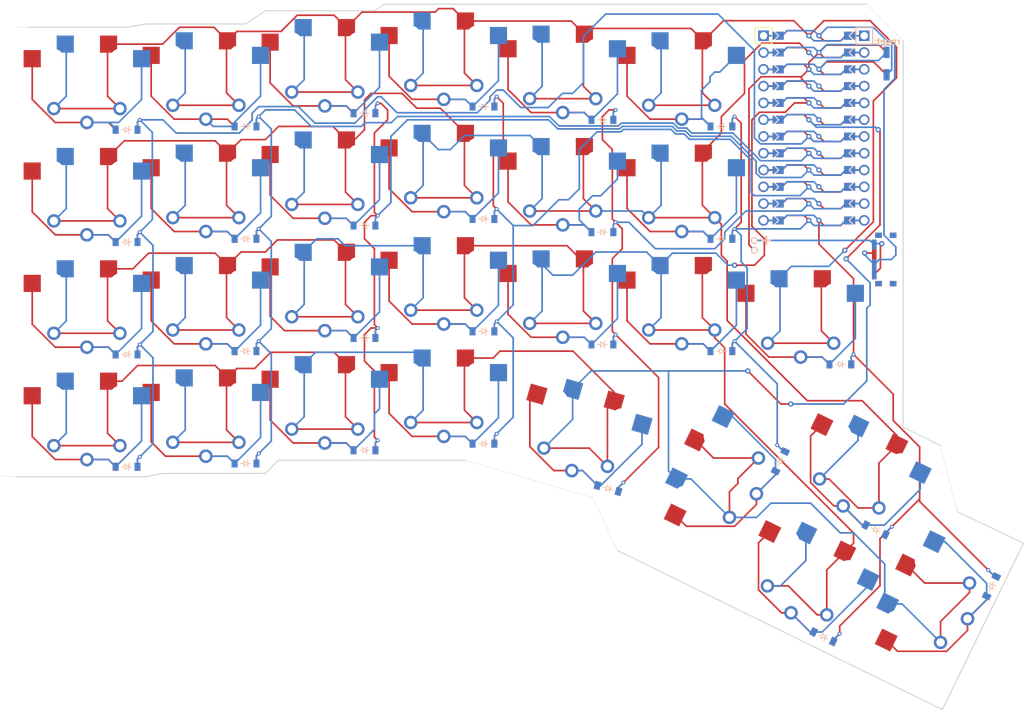
<source format=kicad_pcb>
(kicad_pcb (version 20211014) (generator pcbnew)
  (title_block (title "esper") (rev "v1.0.0") (company "Unknown"))
  (layers (0 "F.Cu" signal) (31 "B.Cu" signal) (34 "B.Paste" user) (35 "F.Paste" user) (36 "B.SilkS" user "B.Silkscreen") (37 "F.SilkS" user "F.Silkscreen") (38 "B.Mask" user) (39 "F.Mask" user) (44 "Edge.Cuts" user))
  (net 0 "")
  (net 1 "P3")
  (net 2 "D1")
  (net 3 "P4")
  (net 4 "P2")
  (net 5 "D2")
  (net 6 "P0")
  (net 7 "D3")
  (net 8 "P1")
  (net 9 "D4")
  (net 10 "D5")
  (net 11 "P5")
  (net 12 "D6")
  (net 13 "D7")
  (net 14 "D8")
  (net 15 "D9")
  (net 16 "P6")
  (net 17 "D10")
  (net 18 "D11")
  (net 19 "D12")
  (net 20 "D13")
  (net 21 "P7")
  (net 22 "D14")
  (net 23 "D15")
  (net 24 "D16")
  (net 25 "D17")
  (net 26 "P8")
  (net 27 "D18")
  (net 28 "D19")
  (net 29 "D20")
  (net 30 "D21")
  (net 31 "P9")
  (net 32 "D22")
  (net 33 "D23")
  (net 34 "D24")
  (net 35 "D26")
  (net 36 "P10")
  (net 37 "D25")
  (net 38 "D27")
  (net 39 "RAW")
  (net 40 "GND")
  (net 41 "RST")
  (net 42 "VCC")
  (net 43 "P21")
  (net 44 "P20")
  (net 45 "P19")
  (net 46 "P18")
  (net 47 "P15")
  (net 48 "P14")
  (net 49 "P16")
  (net 50 "pos")
  (net 51 "D28")
  (footprint "lib:bat" (layer "F.Cu") (at 25.225 -146.6625)
    (fp_text reference "")
    (fp_text value "")
  )
  (footprint "ComboDiode" (layer "F.Cu") (at 2.225 -165.6625 180)
    (fp_text reference "D20" hide)
    (fp_text value "" hide)
  )
  (footprint "ComboDiode" (layer "F.Cu") (at -33.775 -149.6625 180)
    (fp_text reference "D11" hide)
    (fp_text value "" hide)
  )
  (footprint "ComboDiode" (layer "F.Cu") (at -51.775 -130.6625 180)
    (fp_text reference "D6" hide)
    (fp_text value "" hide)
  )
  (footprint "PG1350" (layer "F.Cu") (at 14.225 -154.6625 180)
    (fp_text reference "S43" hide)
    (fp_text value "" hide)
  )
  (footprint "VIA-0.6mm" (layer "F.Cu") (at -67.775 -131.6625)
    (fp_text reference "REF**" hide)
    (fp_text value "VIA-0.6mm" hide)
  )
  (footprint "PG1350" (layer "F.Cu") (at 32.225 -135.6625)
    (fp_text reference "S56" hide)
    (fp_text value "" hide)
  )
  (footprint "PG1350" (layer "F.Cu") (at -39.775 -139.6625)
    (fp_text reference "S20" hide)
    (fp_text value "" hide)
  )
  (footprint "VIA-0.6mm" (layer "F.Cu") (at 38.125032 -87.911945 -26)
    (fp_text reference "REF**" hide)
    (fp_text value "VIA-0.6mm" hide)
  )
  (footprint "PG1350" (layer "F.Cu") (at 14.225 -154.6625)
    (fp_text reference "S44" hide)
    (fp_text value "" hide)
  )
  (footprint "ComboDiode" (layer "F.Cu") (at -15.775 -133.6625 180)
    (fp_text reference "D14" hide)
    (fp_text value "" hide)
  )
  (footprint "PG1350" (layer "F.Cu") (at -3.775 -138.6625 180)
    (fp_text reference "S35" hide)
    (fp_text value "" hide)
  )
  (footprint "ComboDiode" (layer "F.Cu") (at 43.560568 -103.618789 154)
    (fp_text reference "D26" hide)
    (fp_text value "" hide)
  )
  (footprint "PG1350" (layer "F.Cu") (at -57.775 -154.6625 180)
    (fp_text reference "S13" hide)
    (fp_text value "" hide)
  )
  (footprint "VIA-0.6mm" (layer "F.Cu") (at -13.775 -169.1625)
    (fp_text reference "REF**" hide)
    (fp_text value "VIA-0.6mm" hide)
  )
  (footprint "PG1350" (layer "F.Cu") (at 32.225 -135.6625 180)
    (fp_text reference "S55" hide)
    (fp_text value "" hide)
  )
  (footprint "PG1350" (layer "F.Cu") (at -75.775 -171.1625)
    (fp_text reference "S8" hide)
    (fp_text value "" hide)
  )
  (footprint "PG1350" (layer "F.Cu") (at -39.775 -139.6625 180)
    (fp_text reference "S19" hide)
    (fp_text value "" hide)
  )
  (footprint "PG1350" (layer "F.Cu") (at -75.775 -120.1625 180)
    (fp_text reference "S1" hide)
    (fp_text value "" hide)
  )
  (footprint "VIA-0.6mm" (layer "F.Cu") (at -13.775 -152.1625)
    (fp_text reference "REF**" hide)
    (fp_text value "VIA-0.6mm" hide)
  )
  (footprint "ComboDiode" (layer "F.Cu") (at 2.225 -131.6625 180)
    (fp_text reference "D18" hide)
    (fp_text value "" hide)
  )
  (footprint "VIA-0.6mm" (layer "F.Cu") (at -31.775 -134.1625)
    (fp_text reference "REF**" hide)
    (fp_text value "VIA-0.6mm" hide)
  )
  (footprint "VIA-0.6mm" (layer "F.Cu") (at 40.225 -130.1625)
    (fp_text reference "REF**" hide)
    (fp_text value "VIA-0.6mm" hide)
  )
  (footprint "VIA-0.6mm" (layer "F.Cu") (at 4.225 -150.1625)
    (fp_text reference "REF**" hide)
    (fp_text value "VIA-0.6mm" hide)
  )
  (footprint "PG1350" (layer "F.Cu") (at -21.775 -123.6625)
    (fp_text reference "S26" hide)
    (fp_text value "" hide)
  )
  (footprint "ComboDiode" (layer "F.Cu") (at -33.775 -132.6625 180)
    (fp_text reference "D10" hide)
    (fp_text value "" hide)
  )
  (footprint "PG1350" (layer "F.Cu") (at -57.775 -120.6625)
    (fp_text reference "S10" hide)
    (fp_text value "" hide)
  )
  (footprint "ComboDiode" (layer "F.Cu") (at -33.775 -166.6625 180)
    (fp_text reference "D12" hide)
    (fp_text value "" hide)
  )
  (footprint "PG1350" (layer "F.Cu") (at -3.775 -172.6625 180)
    (fp_text reference "S39" hide)
    (fp_text value "" hide)
  )
  (footprint "PG1350" (layer "F.Cu") (at -75.775 -120.1625)
    (fp_text reference "S2" hide)
    (fp_text value "" hide)
  )
  (footprint "VIA-0.6mm" (layer "F.Cu") (at -13.775 -118.1625)
    (fp_text reference "REF**" hide)
    (fp_text value "VIA-0.6mm" hide)
  )
  (footprint "PG1350" (layer "F.Cu") (at -21.775 -123.6625 180)
    (fp_text reference "S25" hide)
    (fp_text value "" hide)
  )
  (footprint "ComboDiode" (layer "F.Cu") (at -33.775 -115.6625 180)
    (fp_text reference "D9" hide)
    (fp_text value "" hide)
  )
  (footprint "VIA-0.6mm" (layer "F.Cu") (at 4.225 -133.1625)
    (fp_text reference "REF**" hide)
    (fp_text value "VIA-0.6mm" hide)
  )
  (footprint "VIA-0.6mm" (layer "F.Cu") (at 46.015712 -104.090238 -26)
    (fp_text reference "REF**" hide)
    (fp_text value "VIA-0.6mm" hide)
  )
  (footprint "PG1350" (layer "F.Cu") (at -75.775 -154.1625)
    (fp_text reference "S6" hide)
    (fp_text value "" hide)
  )
  (footprint "VIA-0.6mm" (layer "F.Cu") (at -49.775 -166.1625)
    (fp_text reference "REF**" hide)
    (fp_text value "VIA-0.6mm" hide)
  )
  (footprint "ComboDiode" (layer "F.Cu") (at 2.225 -148.6625 180)
    (fp_text reference "D19" hide)
    (fp_text value "" hide)
  )
  (footprint "VIA-0.6mm" (layer "F.Cu") (at 5.399088 -110.770462 -16)
    (fp_text reference "REF**" hide)
    (fp_text value "VIA-0.6mm" hide)
  )
  (footprint "PG1350" (layer "F.Cu") (at 14.225 -137.6625)
    (fp_text reference "S42" hide)
    (fp_text value "" hide)
  )
  (footprint "PG1350" (layer "F.Cu") (at 33.345721 -96.362281 154)
    (fp_text reference "S49" hide)
    (fp_text value "" hide)
  )
  (footprint "PG1350" (layer "F.Cu") (at -21.775 -174.6625 180)
    (fp_text reference "S31" hide)
    (fp_text value "" hide)
  )
  (footprint "VIA-0.6mm" (layer "F.Cu") (at 28.675336 -116.441811 64)
    (fp_text reference "REF**" hide)
    (fp_text value "VIA-0.6mm" hide)
  )
  (footprint "PG1350" (layer "F.Cu") (at -57.775 -137.6625 180)
    (fp_text reference "S11" hide)
    (fp_text value "" hide)
  )
  (footprint "ComboDiode" (layer "F.Cu") (at 35.669887 -87.440496 154)
    (fp_text reference "D25" hide)
    (fp_text value "" hide)
  )
  (footprint "PG1350" (layer "F.Cu") (at 14.225 -171.6625)
    (fp_text reference "S46" hide)
    (fp_text value "" hide)
  )
  (footprint "VIA-0.6mm" (layer "F.Cu") (at -49.775 -149.1625)
    (fp_text reference "REF**" hide)
    (fp_text value "VIA-0.6mm" hide)
  )
  (footprint "VIA-0.6mm" (layer "F.Cu") (at -31.775 -168.1625)
    (fp_text reference "REF**" hide)
    (fp_text value "VIA-0.6mm" hide)
  )
  (footprint "PG1350" (layer "F.Cu") (at 41.236401 -112.540574 -26)
    (fp_text reference "S52" hide)
    (fp_text value "" hide)
  )
  (footprint "PG1350" (layer "F.Cu") (at 41.236401 -112.540574 154)
    (fp_text reference "S51" hide)
    (fp_text value "" hide)
  )
  (footprint "Button_Switch_SMD:SW_SPDT_PCM12" (layer "F.Cu") (at 44.786644 -144.532598 90)
    (fp_text reference "")
    (fp_text value "")
  )
  (footprint "PG1350" (layer "F.Cu") (at -0.775 -118.2625 -16)
    (fp_text reference "S34" hide)
    (fp_text value "" hide)
  )
  (footprint "ComboDiode" (layer "F.Cu") (at -15.775 -167.6625 180)
    (fp_text reference "D16" hide)
    (fp_text value "" hide)
  )
  (footprint "PG1350" (layer "F.Cu") (at -39.775 -122.6625 180)
    (fp_text reference "S17" hide)
    (fp_text value "" hide)
  )
  (footprint "ComboDiode" (layer "F.Cu") (at -69.775 -147.1625 180)
    (fp_text reference "D3" hide)
    (fp_text value "" hide)
  )
  (footprint "PG1350" (layer "F.Cu") (at -75.775 -137.1625)
    (fp_text reference "S4" hide)
    (fp_text value "" hide)
  )
  (footprint "PG1350" (layer "F.Cu") (at 33.345721 -96.362281 -26)
    (fp_text reference "S50" hide)
    (fp_text value "" hide)
  )
  (footprint "PG1350" (layer "F.Cu") (at -0.775 -118.2625 164)
    (fp_text reference "S33" hide)
    (fp_text value "" hide)
  )
  (footprint "VIA-0.6mm" (layer "F.Cu") (at -31.775 -117.1625)
    (fp_text reference "REF**" hide)
    (fp_text value "VIA-0.6mm" hide)
  )
  (footprint "PG1350" (layer "F.Cu") (at -57.775 -154.6625)
    (fp_text reference "S14" hide)
    (fp_text value "" hide)
  )
  (footprint "ComboDiode" (layer "F.Cu") (at -15.775 -116.6625 180)
    (fp_text reference "D13" hide)
    (fp_text value "" hide)
  )
  (footprint "PG1350" (layer "F.Cu") (at -57.775 -171.6625 180)
    (fp_text reference "S15" hide)
    (fp_text value "" hide)
  )
  (footprint "PG1350" (layer "F.Cu") (at -3.775 -155.6625)
    (fp_text reference "S38" hide)
    (fp_text value "" hide)
  )
  (footprint "PG1350" (layer "F.Cu") (at 14.225 -137.6625 180)
    (fp_text reference "S41" hide)
    (fp_text value "" hide)
  )
  (footprint "PG1350" (layer "F.Cu") (at -21.775 -157.6625)
    (fp_text reference "S30" hide)
    (fp_text value "" hide)
  )
  (footprint "ComboDiode" (layer "F.Cu") (at 38.225 -128.6625 180)
    (fp_text reference "D28" hide)
    (fp_text value "" hide)
  )
  (footprint "PG1350" (layer "F.Cu") (at -39.775 -156.6625)
    (fp_text reference "S22" hide)
    (fp_text value "" hide)
  )
  (footprint "PG1350" (layer "F.Cu") (at -39.775 -156.6625 180)
    (fp_text reference "S21" hide)
    (fp_text value "" hide)
  )
  (footprint "Button_Switch_SMD:SW_SPST_B3U-1000P" (layer "F.Cu") (at 45.225 -174.1625 -90)
    (fp_text reference "")
    (fp_text value "")
  )
  (footprint "ComboDiode" (layer "F.Cu") (at -69.775 -113.1625 180)
    (fp_text reference "D1" hide)
    (fp_text value "" hide)
  )
  (footprint "ComboDiode" (layer "F.Cu") (at -51.775 -113.6625 180)
    (fp_text reference "D5" hide)
    (fp_text value "" hide)
  )
  (footprint "VIA-0.6mm" (layer "F.Cu") (at 22.225 -132.1625)
    (fp_text reference "REF**" hide)
    (fp_text value "VIA-0.6mm" hide)
  )
  (footprint "ComboDiode" (layer "F.Cu") (at -51.775 -147.6625 180)
    (fp_text reference "D7" hide)
    (fp_text value "" hide)
  )
  (footprint "PG1350" (layer "F.Cu") (at -57.775 -137.6625)
    (fp_text reference "S12" hide)
    (fp_text value "" hide)
  )
  (footprint "VIA-0.6mm" (layer "F.Cu") (at 4.225 -167.1625)
    (fp_text reference "REF**" hide)
    (fp_text value "VIA-0.6mm" hide)
  )
  (footprint "PG1350" (layer "F.Cu") (at 14.225 -171.6625 180)
    (fp_text reference "S45" hide)
    (fp_text value "" hide)
  )
  (footprint "ComboDiode" (layer "F.Cu") (at -69.775 -164.1625 180)
    (fp_text reference "D4" hide)
    (fp_text value "" hide)
  )
  (footprint "ComboDiode" (layer "F.Cu") (at 20.225 -164.6625 180)
    (fp_text reference "D23" hide)
    (fp_text value "" hide)
  )
  (footprint "VIA-0.6mm" (layer "F.Cu") (at 22.225 -149.1625)
    (fp_text reference "REF**" hide)
    (fp_text value "VIA-0.6mm" hide)
  )
  (footprint "VIA-0.6mm" (layer "F.Cu") (at -49.775 -132.1625)
    (fp_text reference "REF**" hide)
    (fp_text value "VIA-0.6mm" hide)
  )
  (footprint "PG1350" (layer "F.Cu") (at -39.775 -173.6625 180)
    (fp_text reference "S23" hide)
    (fp_text value "" hide)
  )
  (footprint "PG1350" (layer "F.Cu") (at -21.775 -140.6625)
    (fp_text reference "S28" hide)
    (fp_text value "" hide)
  )
  (footprint "PG1350" (layer "F.Cu") (at 52.165266 -92.746385 -116)
    (fp_text reference "S53" hide)
    (fp_text value "" hide)
  )
  (footprint "PG1350" (layer "F.Cu") (at -75.775 -154.1625 180)
    (fp_text reference "S5" hide)
    (fp_text value "" hide)
  )
  (footprint "PG1350" (layer "F.Cu") (at 20.225 -111.6625 -116)
    (fp_text reference "S47" hide)
    (fp_text value "" hide)
  )
  (footprint "VIA-0.6mm" (layer "F.Cu") (at 60.615603 -97.525696 64)
    (fp_text reference "REF**" hide)
    (fp_text value "VIA-0.6mm" hide)
  )
  (footprint "PG1350" (layer "F.Cu") (at -3.775 -155.6625 180)
    (fp_text reference "S37" hide)
    (fp_text value "" hide)
  )
  (footprint "PG1350" (layer "F.Cu") (at -75.775 -137.1625 180)
    (fp_text reference "S3" hide)
    (fp_text value "" hide)
  )
  (footprint "VIA-0.6mm" (layer "F.Cu") (at 22.225 -166.1625)
    (fp_text reference "REF**" hide)
    (fp_text value "VIA-0.6mm" hide)
  )
  (footprint "PG1350" (layer "F.Cu") (at -3.775 -138.6625)
    (fp_text reference "S36" hide)
    (fp_text value "" hide)
  )
  (footprint "ComboDiode" (layer "F.Cu") (at 61.087052 -95.070552 -116)
    (fp_text reference "D27" hide)
    (fp_text value "" hide)
  )
  (footprint "VIA-0.6mm" (layer "F.Cu") (at -67.775 -148.6625)
    (fp_text reference "REF**" hide)
    (fp_text value "VIA-0.6mm" hide)
  )
  (footprint "VIA-0.6mm" (layer "F.Cu") (at -67.775 -114.6625)
    (fp_text reference "REF**" hide)
    (fp_text value "VIA-0.6mm" hide)
  )
  (footprint "PG1350" (layer "F.Cu") (at -39.775 -122.6625)
    (fp_text reference "S18" hide)
    (fp_text value "" hide)
  )
  (footprint "PG1350" (layer "F.Cu") (at 52.165266 -92.746385 64)
    (fp_text reference "S54" hide)
    (fp_text value "" hide)
  )
  (footprint "PG1350" (layer "F.Cu") (at -57.775 -171.6625)
    (fp_text reference "S16" hide)
    (fp_text value "" hide)
  )
  (footprint "PG1350" (layer "F.Cu") (at -21.775 -174.6625)
    (fp_text reference "S32" hide)
    (fp_text value "" hide)
  )
  (footprint "VIA-0.6mm" (layer "F.Cu") (at -49.775 -115.1625)
    (fp_text reference "REF**" hide)
    (fp_text value "VIA-0.6mm" hide)
  )
  (footprint "PG1350" (layer "F.Cu") (at -57.775 -120.6625 180)
    (fp_text reference "S9" hide)
    (fp_text value "" hide)
  )
  (footprint "VIA-0.6mm" (layer "F.Cu") (at -13.775 -135.1625)
    (fp_text reference "REF**" hide)
    (fp_text value "VIA-0.6mm" hide)
  )
  (footprint "ComboDiode" (layer "F.Cu") (at 29.146785 -113.986666 -116)
    (fp_text reference "D24" hide)
    (fp_text value "" hide)
  )
  (footprint "ComboDiode" (layer "F.Cu") (at 3.063109 -109.879844 164)
    (fp_text reference "D17" hide)
    (fp_text value "" hide)
  )
  (footprint "PG1350" (layer "F.Cu") (at -39.775 -173.6625)
    (fp_text reference "S24" hide)
    (fp_text value "" hide)
  )
  (footprint "PG1350" (layer "F.Cu") (at 20.225 -111.6625 64)
    (fp_text reference "S48" hide)
    (fp_text value "" hide)
  )
  (footprint "ComboDiode" (layer "F.Cu") (at 20.225 -147.6625 180)
    (fp_text reference "D22" hide)
    (fp_text value "" hide)
  )
  (footprint "ProMicro" (layer "F.Cu") (at 34.225 -164.4125 -90)
    (fp_text reference "MCU1" hide)
    (fp_text value "")
  )
  (footprint "VIA-0.6mm" (layer "F.Cu") (at -67.775 -165.6625)
    (fp_text reference "REF**" hide)
    (fp_text value "VIA-0.6mm" hide)
  )
  (footprint "PG1350" (layer "F.Cu") (at -21.775 -157.6625 180)
    (fp_text reference "S29" hide)
    (fp_text value "" hide)
  )
  (footprint "PG1350" (layer "F.Cu") (at -75.775 -171.1625 180)
    (fp_text reference "S7" hide)
    (fp_text value "" hide)
  )
  (footprint "ComboDiode" (layer "F.Cu") (at -51.775 -164.6625 180)
    (fp_text reference "D8" hide)
    (fp_text value "" hide)
  )
  (footprint "ComboDiode" (layer "F.Cu") (at -69.775 -130.1625 180)
    (fp_text reference "D2" hide)
    (fp_text value "" hide)
  )
  (footprint "VIA-0.6mm" (layer "F.Cu") (at -31.775 -151.1625)
    (fp_text reference "REF**" hide)
    (fp_text value "VIA-0.6mm" hide)
  )
  (footprint "ComboDiode" (layer "F.Cu") (at -15.775 -150.6625 180)
    (fp_text reference "D15" hide)
    (fp_text value "" hide)
  )
  (footprint "PG1350" (layer "F.Cu") (at -21.775 -140.6625 180)
    (fp_text reference "S27" hide)
    (fp_text value "" hide)
  )
  (footprint "ComboDiode" (layer "F.Cu") (at 20.225 -130.6625 180)
    (fp_text reference "D21" hide)
    (fp_text value "" hide)
  )
  (footprint "PG1350" (layer "F.Cu") (at -3.775 -172.6625)
    (fp_text reference "S40" hide)
    (fp_text value "" hide)
  )
  (gr_line (start 37.489527 -84.327795) (end 53.66782 -76.437114) (layer "Edge.Cuts") (width 0.15))
  (gr_line (start 4.5 -100.5) (end 0.771724 -108.476401) (layer "Edge.Cuts") (width 0.05))
  (gr_line (start -46.775 -114.1625) (end -18.5 -114.1625) (layer "Edge.Cuts") (width 0.15))
  (gr_line (start 0.771724 -108.476401) (end -18.5 -114.1625) (layer "Edge.Cuts") (width 0.05))
  (gr_line (start -48.775 -112.1625) (end -46.775 -114.1625) (layer "Edge.Cuts") (width 0.15))
  (gr_line (start -66.775 -180.1625) (end -69.775 -179.6625) (layer "Edge.Cuts") (width 0.15))
  (gr_line (start 53.66782 -76.437114) (end 65.942212 -101.603347) (layer "Edge.Cuts") (width 0.15))
  (gr_line (start -64.275 -112.1625) (end -48.775 -112.1625) (layer "Edge.Cuts") (width 0.15))
  (gr_line (start 55.91827 -106.369563) (end 65.942212 -101.603347) (layer "Edge.Cuts") (width 0.15))
  (gr_line (start -86.36 -111.6625) (end -66.775 -111.6625) (layer "Edge.Cuts") (width 0.15))
  (gr_line (start 47.725 -119.1625) (end 53.377749 -116.361848) (layer "Edge.Cuts") (width 0.15))
  (gr_line (start -84.775 -179.6625) (end -86.36 -179.6625) (layer "Edge.Cuts") (width 0.05))
  (gr_line (start -48.775 -182.1625) (end -51.775 -180.1625) (layer "Edge.Cuts") (width 0.15))
  (gr_line (start -51.775 -180.1625) (end -66.775 -180.1625) (layer "Edge.Cuts") (width 0.15))
  (gr_line (start -66.775 -111.6625) (end -64.275 -112.1625) (layer "Edge.Cuts") (width 0.15))
  (gr_line (start -88.9 -111.76) (end -86.36 -111.6625) (layer "Edge.Cuts") (width 0.05))
  (gr_line (start -30.775 -183.1625) (end 42.225 -183.1625) (layer "Edge.Cuts") (width 0.15))
  (gr_line (start 53.377749 -116.361848) (end 55.91827 -106.369563) (layer "Edge.Cuts") (width 0.05))
  (gr_line (start -32.275 -182.1625) (end -48.775 -182.1625) (layer "Edge.Cuts") (width 0.15))
  (gr_line (start -30.775 -183.1625) (end -32.275 -182.1625) (layer "Edge.Cuts") (width 0.15))
  (gr_line (start 47.725 -119.1625) (end 47.725 -177.6625) (layer "Edge.Cuts") (width 0.15))
  (gr_line (start 47.725 -177.6625) (end 42.225 -183.1625) (layer "Edge.Cuts") (width 0.05))
  (gr_line (start 4.5 -100.5) (end 37.489527 -84.327795) (layer "Edge.Cuts") (width 0.15))
  (gr_line (start -69.775 -179.6625) (end -84.775 -179.6625) (layer "Edge.Cuts") (width 0.15))
  (gr_text "reset" (at 45.5 -177.5) (layer "B.SilkS") (effects (font (size 1 1)) (justify mirror)))
  (gr_text "+" (at 27 -147.5) (layer "B.SilkS") (effects (font (size 1.5 1.5) (thickness 0.3))))
  (gr_text "reset" (at 45 -177.5) (layer "F.SilkS") (effects (font (size 1 1))))
  (gr_text "+" (at 27 -147.5) (layer "F.SilkS") (effects (font (size 1.5 1.5) (thickness 0.3))))
  (segment (start 48.253107 -98.298244) (end 50.976806 -95.574545) (width 0.25) (layer "F.Cu") (net 1))
  (segment (start -13.275 -130.6625) (end -2.217641 -130.6625) (width 0.25) (layer "F.Cu") (net 1))
  (segment (start 57.772539 -95.574545) (end 57.772539 -94.137705) (width 0.25) (layer "F.Cu") (net 1))
  (segment (start 19.03654 -114.49066) (end 25.832273 -114.49066) (width 0.25) (layer "F.Cu") (net 1))
  (segment (start -18.649521 -129.462979) (end -18.649521 -121.737021) (width 0.25) (layer "F.Cu") (net 1))
  (segment (start -2.217641 -130.6625) (end 4.013174 -124.431685) (width 0.25) (layer "F.Cu") (net 1))
  (segment (start 16.312841 -117.214359) (end 19.03654 -114.49066) (width 0.25) (layer "F.Cu") (net 1))
  (segment (start -47.950479 -130.487021) (end -38.374521 -130.487021) (width 0.25) (layer "F.Cu") (net 1))
  (segment (start -26.775 -119.8625) (end -16.775 -119.8625) (width 0.25) (layer "F.Cu") (net 1))
  (segment (start 50.976806 -95.574545) (end 57.772539 -95.574545) (width 0.25) (layer "F.Cu") (net 1))
  (segment (start -68.101457 -128.487021) (end -56.374521 -128.487021) (width 0.25) (layer "F.Cu") (net 1))
  (segment (start -54.5 -126.6125) (end -53.075489 -128.037011) (width 0.25) (layer "F.Cu") (net 1))
  (segment (start 57.772539 -94.137705) (end 53.388828 -89.753994) (width 0.25) (layer "F.Cu") (net 1))
  (segment (start -44.775 -118.8625) (end -34.775 -118.8625) (width 0.25) (layer "F.Cu") (net 1))
  (segment (start 53.388828 -89.753994) (end 53.388828 -86.586604) (width 0.25) (layer "F.Cu") (net 1))
  (segment (start -18.649521 -121.737021) (end -16.775 -119.8625) (width 0.25) (layer "F.Cu") (net 1))
  (segment (start -72.649521 -118.237021) (end -70.775 -116.3625) (width 0.25) (layer "F.Cu") (net 1))
  (segment (start -18.5 -129.6125) (end -14.325 -129.6125) (width 0.25) (layer "F.Cu") (net 1))
  (segment (start -72.5 -126.1125) (end -72.649521 -125.962979) (width 0.25) (layer "F.Cu") (net 1))
  (segment (start 24.225 -127.6625) (end 29.225 -122.6625) (width 0.25) (layer "F.Cu") (net 1))
  (segment (start -54.649521 -118.737021) (end -52.775 -116.8625) (width 0.25) (layer "F.Cu") (net 1))
  (segment (start 29.225 -122.6625) (end 30.725 -122.6625) (width 0.25) (layer "F.Cu") (net 1))
  (segment (start -14.325 -129.6125) (end -13.275 -130.6625) (width 0.25) (layer "F.Cu") (net 1))
  (segment (start -70.475978 -126.1125) (end -68.101457 -128.487021) (width 0.25) (layer "F.Cu") (net 1))
  (segment (start -70.775 -116.3625) (end -80.775 -116.3625) (width 0.25) (layer "F.Cu") (net 1))
  (segment (start -54.5 -126.6125) (end -54.649521 -126.462979) (width 0.25) (layer "F.Cu") (net 1))
  (segment (start 39.099333 -144.627138) (end 44.225 -149.752805) (width 0.25) (layer "F.Cu") (net 1))
  (segment (start 22.725 -111.383387) (end 22.725 -110.6625) (width 0.25) (layer "F.Cu") (net 1))
  (segment (start -36.649521 -120.737021) (end -34.775 -118.8625) (width 0.25) (layer "F.Cu") (net 1))
  (segment (start -36.649521 -128.462979) (end -36.649521 -120.737021) (width 0.25) (layer "F.Cu") (net 1))
  (segment (start 2.983887 -113.231519) (end 0.227514 -115.987892) (width 0.25) (layer "F.Cu") (net 1))
  (segment (start -72.649521 -125.962979) (end -72.649521 -118.237021) (width 0.25) (layer "F.Cu") (net 1))
  (segment (start -56.374521 -128.487021) (end -54.5 -126.6125) (width 0.25) (layer "F.Cu") (net 1))
  (segment (start 44.225 -149.752805) (end 44.225 -163.887) (width 0.25) (layer "F.Cu") (net 1))
  (segment (start -72.5 -126.1125) (end -70.475978 -126.1125) (width 0.25) (layer "F.Cu") (net 1))
  (segment (start 4.013174 -123.079295) (end 2.983887 -122.050008) (width 0.25) (layer "F.Cu") (net 1))
  (segment (start 0.227514 -115.987892) (end -6.62873 -115.987892) (width 0.25) (layer "F.Cu") (net 1))
  (segment (start 4.013174 -124.431685) (end 4.013174 -123.079295) (width 0.25) (layer "F.Cu") (net 1))
  (segment (start -53.075489 -128.037011) (end -50.400489 -128.037011) (width 0.25) (layer "F.Cu") (net 1))
  (segment (start 22.725 -110.6625) (end 21.448562 -109.386062) (width 0.25) (layer "F.Cu") (net 1))
  (segment (start 2.983887 -122.050008) (end 2.983887 -113.231519) (width 0.25) (layer "F.Cu") (net 1))
  (segment (start 21.448562 -109.386062) (end 21.448562 -105.502719) (width 0.25) (layer "F.Cu") (net 1))
  (segment (start 25.832273 -114.49066) (end 22.725 -111.383387) (width 0.25) (layer "F.Cu") (net 1))
  (segment (start -54.649521 -126.462979) (end -54.649521 -118.737021) (width 0.25) (layer "F.Cu") (net 1))
  (segment (start -36.5 -128.6125) (end -36.649521 -128.462979) (width 0.25) (layer "F.Cu") (net 1))
  (segment (start -50.400489 -128.037011) (end -47.950479 -130.487021) (width 0.25) (layer "F.Cu") (net 1))
  (segment (start -18.5 -129.6125) (end -18.649521 -129.462979) (width 0.25) (layer "F.Cu") (net 1))
  (segment (start 44.225 -163.887) (end 43.9495 -164.1625) (width 0.25) (layer "F.Cu") (net 1))
  (segment (start -62.775 -116.8625) (end -52.775 -116.8625) (width 0.25) (layer "F.Cu") (net 1))
  (segment (start -38.374521 -130.487021) (end -36.5 -128.6125) (width 0.25) (layer "F.Cu") (net 1))
  (via (at 24.225 -127.6625) (size 0.8) (drill 0.4) (layers "F.Cu" "B.Cu") (net 1))
  (via (at 30.725 -122.6625) (size 0.8) (drill 0.4) (layers "F.Cu" "B.Cu") (net 1))
  (via (at 43.9495 -164.1625) (size 0.8) (drill 0.4) (layers "F.Cu" "B.Cu") (net 1))
  (via (at 39.099333 -144.627138) (size 0.8) (drill 0.4) (layers "F.Cu" "B.Cu") (net 1))
  (segment (start -2.28309 -124.884719) (end -2.28309 -120.333532) (width 0.25) (layer "B.Cu") (net 1))
  (segment (start 44.94292 -92.849999) (end 45.381776 -92.411143) (width 0.25) (layer "B.Cu") (net 1))
  (segment (start -79.05 -126.1125) (end -78.900479 -125.962979) (width 0.25) (layer "B.Cu") (net 1))
  (segment (start -2.28309 -120.333532) (end -6.62873 -115.987892) (width 0.25) (layer "B.Cu") (net 1))
  (segment (start 0.494691 -127.6625) (end 12.225 -127.6625) (width 0.25) (layer "B.Cu") (net 1))
  (segment (start 12.225 -112.543768) (end 12.225 -127.6625) (width 0.25) (layer "B.Cu") (net 1))
  (segment (start 47.564289 -92.411143) (end 53.388828 -86.586604) (width 0.25) (layer "B.Cu") (net 1))
  (segment (start 13.44151 -111.327258) (end 12.225 -112.543768) (width 0.25) (layer "B.Cu") (net 1))
  (segment (start 21.448562 -105.502719) (end 25.565219 -105.502719) (width 0.25) (layer "B.Cu") (net 1))
  (segment (start -60.900479 -126.462979) (end -60.900479 -118.737021) (width 0.25) (layer "B.Cu") (net 1))
  (segment (start -78.900479 -118.237021) (end -80.775 -116.3625) (width 0.25) (layer "B.Cu") (net 1))
  (segment (start 38.225 -103.1625) (end 40.225 -103.1625) (width 0.25) (layer "B.Cu") (net 1))
  (segment (start -42.900479 -120.737021) (end -44.775 -118.8625) (width 0.25) (layer "B.Cu") (net 1))
  (segment (start -2.28309 -124.884719) (end 0.494691 -127.6625) (width 0.25) (layer "B.Cu") (net 1))
  (segment (start 25.565219 -105.502719) (end 27.725 -107.6625) (width 0.25) (layer "B.Cu") (net 1))
  (segment (start 43.571783 -164.540217) (end 34.605283 -164.540217) (width 0.25) (layer "B.Cu") (net 1))
  (segment (start -42.900479 -128.462979) (end -42.900479 -120.737021) (width 0.25) (layer "B.Cu") (net 1))
  (segment (start -60.900479 -118.737021) (end -62.775 -116.8625) (width 0.25) (layer "B.Cu") (net 1))
  (segment (start -25.924521 -130.487021) (end -25.05 -129.6125) (width 0.25) (layer "B.Cu") (net 1))
  (segment (start 42.225 -137.1625) (end 42.225 -126.1625) (width 0.25) (layer "B.Cu") (net 1))
  (segment (start 27.725 -107.6625) (end 33.725 -107.6625) (width 0.25) (layer "B.Cu") (net 1))
  (segment (start 42.725 -137.6625) (end 42.225 -137.1625) (width 0.25) (layer "B.Cu") (net 1))
  (segment (start 44.94292 -98.44458) (end 44.94292 -92.849999) (width 0.25) (layer "B.Cu") (net 1))
  (segment (start 45.381776 -92.411143) (end 47.564289 -92.411143) (width 0.25) (layer "B.Cu") (net 1))
  (segment (start -43.05 -128.6125) (end -42.900479 -128.462979) (width 0.25) (layer "B.Cu") (net 1))
  (segment (start 42.725 -141.001471) (end 42.725 -137.6625) (width 0.25) (layer "B.Cu") (net 1))
  (segment (start -24.900479 -129.462979) (end -24.900479 -121.737021) (width 0.25) (layer "B.Cu") (net 1))
  (segment (start -41.175479 -130.487021) (end -25.924521 -130.487021) (width 0.25) (layer "B.Cu") (net 1))
  (segment (start -43.05 -128.6125) (end -41.175479 -130.487021) (width 0.25) (layer "B.Cu") (net 1))
  (segment (start 13.44151 -111.327258) (end 15.624023 -111.327258) (width 0.25) (layer "B.Cu") (net 1))
  (segment (start 40.225 -103.1625) (end 44.94292 -98.44458) (width 0.25) (layer "B.Cu") (net 1))
  (segment (start 33.725 -107.6625) (end 38.225 -103.1625) (width 0.25) (layer "B.Cu") (net 1))
  (segment (start 15.624023 -111.327258) (end 21.448562 -105.502719) (width 0.25) (layer "B.Cu") (net 1))
  (segment (start -25.05 -129.6125) (end -24.900479 -129.462979) (width 0.25) (layer "B.Cu") (net 1))
  (segment (start 39.099333 -144.627138) (end 42.725 -141.001471) (width 0.25) (layer "B.Cu") (net 1))
  (segment (start 38.725 -122.6625) (end 30.725 -122.6625) (width 0.25) (layer "B.Cu") (net 1))
  (segment (start -24.900479 -121.737021) (end -26.775 -119.8625) (width 0.25) (layer "B.Cu") (net 1))
  (segment (start -78.900479 -125.962979) (end -78.900479 -118.237021) (width 0.25) (layer "B.Cu") (net 1))
  (segment (start 42.225 -126.1625) (end 38.725 -122.6625) (width 0.25) (layer "B.Cu") (net 1))
  (segment (start 12.225 -127.6625) (end 24.225 -127.6625) (width 0.25) (layer "B.Cu") (net 1))
  (segment (start 34.605283 -164.540217) (end 33.463 -165.6825) (width 0.25) (layer "B.Cu") (net 1))
  (segment (start -61.05 -126.6125) (end -60.900479 -126.462979) (width 0.25) (layer "B.Cu") (net 1))
  (segment (start 43.9495 -164.1625) (end 43.571783 -164.540217) (width 0.25) (layer "B.Cu") (net 1))
  (segment (start -84.05 -123.9125) (end -84.05 -117.74173) (width 0.25) (layer "F.Cu") (net 2))
  (segment (start -84.05 -117.74173) (end -80.57077 -114.2625) (width 0.25) (layer "F.Cu") (net 2))
  (segment (start -80.57077 -114.2625) (end -75.775 -114.2625) (width 0.25) (layer "F.Cu") (net 2))
  (segment (start -75.775 -114.2625) (end -72.525 -114.2625) (width 0.25) (layer "F.Cu") (net 2))
  (segment (start -72.525 -114.2625) (end -71.425 -113.1625) (width 0.25) (layer "F.Cu") (net 2))
  (segment (start -72.525 -114.2625) (end -71.425 -113.1625) (width 0.25) (layer "B.Cu") (net 2))
  (segment (start -75.775 -114.2625) (end -72.525 -114.2625) (width 0.25) (layer "B.Cu") (net 2))
  (segment (start -67.5 -117.0875) (end -67.5 -123.9125) (width 0.25) (layer "B.Cu") (net 2))
  (segment (start -71.425 -113.1625) (end -67.5 -117.0875) (width 0.25) (layer "B.Cu") (net 2))
  (segment (start -68.125 -165.3125) (end -67.775 -165.6625) (width 0.25) (layer "F.Cu") (net 3))
  (segment (start -68.125 -148.3125) (end -67.775 -148.6625) (width 0.25) (layer "F.Cu") (net 3))
  (segment (start -68.125 -147.1625) (end -68.125 -148.3125) (width 0.25) (layer "F.Cu") (net 3))
  (segment (start -68.125 -131.3125) (end -67.775 -131.6625) (width 0.25) (layer "F.Cu") (net 3))
  (segment (start -68.125 -164.1625) (end -68.125 -165.3125) (width 0.25) (layer "F.Cu") (net 3))
  (segment (start -68.125 -130.1625) (end -68.125 -131.3125) (width 0.25) (layer "F.Cu") (net 3))
  (segment (start -68.125 -113.1625) (end -68.125 -114.3125) (width 0.25) (layer "F.Cu") (net 3))
  (segment (start -68.125 -114.3125) (end -67.775 -114.6625) (width 0.25) (layer "F.Cu") (net 3))
  (segment (start -43.775 -167.6625) (end -41.275 -165.1625) (width 0.25) (layer "B.Cu") (net 3))
  (segment (start -65.875489 -163.762989) (end -65.875489 -150.562011) (width 0.25) (layer "B.Cu") (net 3))
  (segment (start 32.338489 -162.017989) (end 33.463 -163.1425) (width 0.25) (layer "B.Cu") (net 3))
  (segment (start -67.775 -148.6625) (end -65.775 -146.6625) (width 0.25) (layer "B.Cu") (net 3))
  (segment (start -28.850489 -166.737989) (end -16.699511 -166.737989) (width 0.25) (layer "B.Cu") (net 3))
  (segment (start -68.125 -147.1625) (end -68.125 -148.3125) (width 0.25) (layer "B.Cu") (net 3))
  (segment (start 25.225 -162.9322) (end 26.139211 -162.017989) (width 0.25) (layer "B.Cu") (net 3))
  (segment (start -14.775 -168.6625) (end -14.775 -169.1625) (width 0.25) (layer "B.Cu") (net 3))
  (segment (start -65.775 -146.6625) (end -65.775 -133.6625) (width 0.25) (layer "B.Cu") (net 3))
  (segment (start -67.775 -165.6625) (end -65.875489 -163.762989) (width 0.25) (layer "B.Cu") (net 3))
  (segment (start -10.134489 -167.521989) (end -5.961188 -167.521989) (width 0.25) (layer "B.Cu") (net 3))
  (segment (start 36.480489 -162.417989) (end 34.187511 -162.417989) (width 0.25) (layer "B.Cu") (net 3))
  (segment (start -65.775 -116.6625) (end -67.775 -114.6625) (width 0.25) (layer "B.Cu") (net 3))
  (segment (start -50.775 -166.6625) (end -49.775 -167.6625) (width 0.25) (layer "B.Cu") (net 3))
  (segment (start -35.225978 -165.1625) (end -33.775 -166.613478) (width 0.25) (layer "B.Cu") (net 3))
  (segment (start -65.875489 -150.562011) (end -67.775 -148.6625) (width 0.25) (layer "B.Cu") (net 3))
  (segment (start 34.187511 -162.417989) (end 33.463 -163.1425) (width 0.25) (layer "B.Cu") (net 3))
  (segment (start -0.649521 -178.287979) (end 2.725 -181.6625) (width 0.25) (layer "B.Cu") (net 3))
  (segment (start -64.275 -165.6625) (end -62.275 -163.6625) (width 0.25) (layer "B.Cu") (net 3))
  (segment (start -52.725978 -163.6625) (end -50.775 -165.613478) (width 0.25) (layer "B.Cu") (net 3))
  (segment (start -68.125 -131.3125) (end -67.775 -131.6625) (width 0.25) (layer "B.Cu") (net 3))
  (segment (start -5.961188 -167.521989) (end -3.820677 -169.6625) (width 0.25) (layer "B.Cu") (net 3))
  (segment (start -12.775 -170.1625) (end -10.134489 -167.521989) (width 0.25) (layer "B.Cu") (net 3))
  (segment (start 26.139211 -162.017989) (end 32.338489 -162.017989) (width 0.25) (layer "B.Cu") (net 3))
  (segment (start -68.125 -165.3125) (end -67.775 -165.6625) (width 0.25) (layer "B.Cu") (net 3))
  (segment (start 25.225 -176.1625) (end 25.225 -162.9322) (width 0.25) (layer "B.Cu") (net 3))
  (segment (start -31.275 -169.1625) (end -28.850489 -166.737989) (width 0.25) (layer "B.Cu") (net 3))
  (segment (start -33.775 -166.613478) (end -33.775 -167.1625) (width 0.25) (layer "B.Cu") (net 3))
  (segment (start -62.275 -163.6625) (end -52.725978 -163.6625) (width 0.25) (layer "B.Cu") (net 3))
  (segment (start -68.125 -113.1625) (end -68.125 -114.3125) (width 0.25) (layer "B.Cu") (net 3))
  (segment (start -0.649521 -171.287979) (end -0.649521 -178.287979) (width 0.25) (layer "B.Cu") (net 3))
  (segment (start -3.820677 -169.6625) (end -2.275 -169.6625) (width 0.25) (layer "B.Cu") (net 3))
  (segment (start -68.125 -164.1625) (end -68.125 -165.3125) (width 0.25) (layer "B.Cu") (net 3))
  (segment (start 2.725 -181.6625) (end 19.725 -181.6625) (width 0.25) (layer "B.Cu") (net 3))
  (segment (start -2.275 -169.6625) (end -0.649521 -171.287979) (width 0.25) (layer "B.Cu") (net 3))
  (segment (start -67.775 -131.6625) (end -65.775 -129.6625) (width 0.25) (layer "B.Cu") (net 3))
  (segment (start -13.775 -170.1625) (end -12.775 -170.1625) (width 0.25) (layer "B.Cu") (net 3))
  (segment (start -65.775 -129.6625) (end -65.775 -116.6625) (width 0.25) (layer "B.Cu") (net 3))
  (segment (start -50.775 -165.613478) (end -50.775 -166.6625) (width 0.25) (layer "B.Cu") (net 3))
  (segment (start -41.275 -165.1625) (end -35.225978 -165.1625) (width 0.25) (layer "B.Cu") (net 3))
  (segment (start -68.125 -130.1625) (end -68.125 -131.3125) (width 0.25) (layer "B.Cu") (net 3))
  (segment (start -14.775 -169.1625) (end -13.775 -170.1625) (width 0.25) (layer "B.Cu") (net 3))
  (segment (start -49.775 -167.6625) (end -43.775 -167.6625) (width 0.25) (layer "B.Cu") (net 3))
  (segment (start 19.725 -181.6625) (end 25.225 -176.1625) (width 0.25) (layer "B.Cu") (net 3))
  (segment (start -16.699511 -166.737989) (end -14.775 -168.6625) (width 0.25) (layer "B.Cu") (net 3))
  (segment (start -68.125 -148.3125) (end -67.775 -148.6625) (width 0.25) (layer "B.Cu") (net 3))
  (segment (start -33.775 -167.1625) (end -31.775 -169.1625) (width 0.25) (layer "B.Cu") (net 3))
  (segment (start -67.775 -165.6625) (end -64.275 -165.6625) (width 0.25) (layer "B.Cu") (net 3))
  (segment (start -31.775 -169.1625) (end -31.275 -169.1625) (width 0.25) (layer "B.Cu") (net 3))
  (segment (start -68.125 -114.3125) (end -67.775 -114.6625) (width 0.25) (layer "B.Cu") (net 3))
  (segment (start -65.775 -133.6625) (end -67.775 -131.6625) (width 0.25) (layer "B.Cu") (net 3))
  (segment (start 25.99452 -166.807011) (end 29.887793 -166.807011) (width 0.25) (layer "F.Cu") (net 4))
  (segment (start 40.225 -103.1625) (end 40.225 -101.60186) (width 0.25) (layer "F.Cu") (net 4))
  (segment (start 24.850009 -149.537491) (end 24.850009 -165.6625) (width 0.25) (layer "F.Cu") (net 4))
  (segment (start 34.737041 -90.755008) (end 30.35333 -95.138719) (width 0.25) (layer "F.Cu") (net 4))
  (segment (start -1.124026 -144.6125) (end -0.5 -144.6125) (width 0.25) (layer "F.Cu") (net 4))
  (segment (start 17.5 -143.6125) (end 17.350479 -143.462979) (width 0.25) (layer "F.Cu") (net 4))
  (segment (start 17.350479 -143.462979) (end 17.350479 -135.737021) (width 0.25) (layer "F.Cu") (net 4))
  (segment (start -0.649521 -136.737021) (end 1.225 -134.8625) (width 0.25) (layer "F.Cu") (net 4))
  (segment (start 20.725 -131.1625) (end 20.725 -122.6625) (width 0.25) (layer "F.Cu") (net 4))
  (segment (start -72.5 -143.1125) (end -68.825 -143.1125) (width 0.25) (layer "F.Cu") (net 4))
  (segment (start -70.775 -133.3625) (end -80.775 -133.3625) (width 0.25) (layer "F.Cu") (net 4))
  (segment (start -48.775 -145.6625) (end -46.950479 -147.487021) (width 0.25) (layer "F.Cu") (net 4))
  (segment (start 19.225 -133.8625) (end 19.225 -132.6625) (width 0.25) (layer "F.Cu") (net 4))
  (segment (start 38.89758 -100.27444) (end 36.173881 -97.550741) (width 0.25) (layer "F.Cu") (net 4))
  (segment (start -36.5 -145.6125) (end -36.649521 -145.462979) (width 0.25) (layer "F.Cu") (net 4))
  (segment (start 17.350479 -135.737021) (end 19.225 -133.8625) (width 0.25) (layer "F.Cu") (net 4))
  (segment (start -54.5 -143.6125) (end -54.649521 -143.462979) (width 0.25) (layer "F.Cu") (net 4))
  (segment (start -0.5 -144.6125) (end -0.649521 -144.462979) (width 0.25) (layer "F.Cu") (net 4))
  (segment (start -68.825 -143.1125) (end -66.450479 -145.487021) (width 0.25) (layer "F.Cu") (net 4))
  (segment (start 1.225 -134.8625) (end -8.775 -134.8625) (width 0.25) (layer "F.Cu") (net 4))
  (segment (start -72.649521 -135.237021) (end -70.775 -133.3625) (width 0.25) (layer "F.Cu") (net 4))
  (segment (start 19.225 -133.8625) (end 9.225 -133.8625) (width 0.25) (layer "F.Cu") (net 4))
  (segment (start -18.5 -146.6125) (end -3.124026 -146.6125) (width 0.25) (layer "F.Cu") (net 4))
  (segment (start -72.649521 -142.962979) (end -72.649521 -135.237021) (width 0.25) (layer "F.Cu") (net 4))
  (segment (start -36.649521 -145.462979) (end -36.649521 -137.737021) (width 0.25) (layer "F.Cu") (net 4))
  (segment (start 24.850009 -165.6625) (end 25.99452 -166.807011) (width 0.25) (layer "F.Cu") (net 4))
  (segment (start -16.775 -136.8625) (end -26.775 -136.8625) (width 0.25) (layer "F.Cu") (net 4))
  (segment (start 36.173881 -90.755008) (end 34.737041 -90.755008) (width 0.25) (layer "F.Cu") (net 4))
  (segment (start 31.303282 -168.2225) (end 33.463 -168.2225) (width 0.25) (layer "F.Cu") (net 4))
  (segment (start -0.649521 -144.462979) (end -0.649521 -136.737021) (width 0.25) (layer "F.Cu") (net 4))
  (segment (start -56.374521 -145.487021) (end -54.5 -143.6125) (width 0.25) (layer "F.Cu") (net 4))
  (segment (start -72.5 -143.1125) (end -72.649521 -142.962979) (width 0.25) (layer "F.Cu") (net 4))
  (segment (start -52.775 -133.8625) (end -62.775 -133.8625) (width 0.25) (layer "F.Cu") (net 4))
  (segment (start -52.45 -145.6625) (end -48.775 -145.6625) (width 0.25) (layer "F.Cu") (net 4))
  (segment (start 26.725 -145.1625) (end 26.725 -147.6625) (width 0.25) (layer "F.Cu") (net 4))
  (segment (start -18.649521 -138.737021) (end -16.775 -136.8625) (width 0.25) (layer "F.Cu") (net 4))
  (segment (start 29.887793 -166.807011) (end 31.303282 -168.2225) (width 0.25) (layer "F.Cu") (net 4))
  (segment (start 30.35333 -95.138719) (end 27.18594 -95.138719) (width 0.25) (layer "F.Cu") (net 4))
  (segment (start -36.649521 -137.737021) (end -34.775 -135.8625) (width 0.25) (layer "F.Cu") (net 4))
  (segment (start -18.649521 -146.462979) (end -18.649521 -138.737021) (width 0.25) (layer "F.Cu") (net 4))
  (segment (start -54.649521 -143.462979) (end -54.649521 -135.737021) (width 0.25) (layer "F.Cu") (net 4))
  (segment (start -46.950479 -147.487021) (end -38.374521 -147.487021) (width 0.25) (layer "F.Cu") (net 4))
  (segment (start 40.225 -101.60186) (end 38.89758 -100.27444) (width 0.25) (layer "F.Cu") (net 4))
  (segment (start -54.5 -143.6125) (end -52.45 -145.6625) (width 0.25) (layer "F.Cu") (net 4))
  (segment (start -38.374521 -147.487021) (end -36.5 -145.6125) (width 0.25) (layer "F.Cu") (net 4))
  (segment (start -34.775 -135.8625) (end -44.775 -135.8625) (width 0.25) (layer "F.Cu") (net 4))
  (segment (start 22.225 -143.6625) (end 25.225 -143.6625) (width 0.25) (layer "F.Cu") (net 4))
  (segment (start 19.225 -132.6625) (end 20.725 -131.1625) (width 0.25) (layer "F.Cu") (net 4))
  (segment (start 25.225 -143.6625) (end 26.725 -145.1625) (width 0.25) (layer "F.Cu") (net 4))
  (segment (start 20.725 -122.6625) (end 40.225 -103.1625) (width 0.25) (layer "F.Cu") (net 4))
  (segment (start -18.5 -146.6125) (end -18.649521 -146.462979) (width 0.25) (layer "F.Cu") (net 4))
  (segment (start -54.649521 -135.737021) (end -52.775 -133.8625) (width 0.25) (layer "F.Cu") (net 4))
  (segment (start -3.124026 -146.6125) (end -1.124026 -144.6125) (width 0.25) (layer "F.Cu") (net 4))
  (segment (start 36.173881 -97.550741) (end 36.173881 -90.755008) (width 0.25) (layer "F.Cu") (net 4))
  (segment (start 26.725 -147.6625) (end 24.850009 -149.537491) (width 0.25) (layer "F.Cu") (net 4))
  (segment (start -66.450479 -145.487021) (end -56.374521 -145.487021) (width 0.25) (layer "F.Cu") (net 4))
  (via (at 22.225 -143.6625) (size 0.8) (drill 0.4) (layers "F.Cu" "B.Cu") (net 4))
  (segment (start 12.824521 -145.487021) (end 10.95 -143.6125) (width 0.25) (layer "B.Cu") (net 4))
  (segment (start -42.900479 -145.462979) (end -42.900479 -137.737021) (width 0.25) (layer "B.Cu") (net 4))
  (segment (start 19.400479 -145.487021) (end 12.824521 -145.487021) (width 0.25) (layer "B.Cu") (net 4))
  (segment (start 22.225 -143.6625) (end 21.225 -143.6625) (width 0.25) (layer "B.Cu") (net 4))
  (segment (start -6.900479 -136.737021) (end -8.775 -134.8625) (width 0.25) (layer "B.Cu") (net 4))
  (segment (start -41 -147.6625) (end -37.775 -147.6625) (width 0.25) (layer "B.Cu") (net 4))
  (segment (start -43.05 -145.6125) (end -41 -147.6625) (width 0.25) (layer "B.Cu") (net 4))
  (segment (start 11.099521 -143.462979) (end 11.099521 -135.737021) (width 0.25) (layer "B.Cu") (net 4))
  (segment (start 1.225 -145.6625) (end 8.9 -145.6625) (width 0.25) (layer "B.Cu") (net 4))
  (segment (start -5.275 -142.1625) (end -2.275 -142.1625) (width 0.25) (layer "B.Cu") (net 4))
  (segment (start -79.05 -143.1125) (end -78.900479 -142.962979) (width 0.25) (layer "B.Cu") (net 4))
  (segment (start -36.725 -146.6125) (end -25.05 -146.6125) (width 0.25) (layer "B.Cu") (net 4))
  (segment (start -78.900479 -142.962979) (end -78.900479 -135.237021) (width 0.25) (layer "B.Cu") (net 4))
  (segment (start -42.900479 -137.737021) (end -44.775 -135.8625) (width 0.25) (layer "B.Cu") (net 4))
  (segment (start 21.225 -143.6625) (end 19.400479 -145.487021) (width 0.25) (layer "B.Cu") (net 4))
  (segment (start -43.05 -145.6125) (end -42.900479 -145.462979) (width 0.25) (layer "B.Cu") (net 4))
  (segment (start 10.95 -143.6125) (end 11.099521 -143.462979) (width 0.25) (layer "B.Cu") (net 4))
  (segment (start -60.900479 -135.737021) (end -62.775 -133.8625) (width 0.25) (layer "B.Cu") (net 4))
  (segment (start 33.010479 -103.145771) (end 33.010479 -98.981362) (width 0.25) (layer "B.Cu") (net 4))
  (segment (start -7.05 -144.6125) (end -6.900479 -144.462979) (width 0.25) (layer "B.Cu") (net 4))
  (segment (start -7.05 -143.9375) (end -5.275 -142.1625) (width 0.25) (layer "B.Cu") (net 4))
  (segment (start 29.167836 -95.138719) (end 27.18594 -95.138719) (width 0.25) (layer "B.Cu") (net 4))
  (segment (start -7.05 -144.6125) (end -7.05 -143.9375) (width 0.25) (layer "B.Cu") (net 4))
  (segment (start -25.05 -146.6125) (end -24.900479 -146.462979) (width 0.25) (layer "B.Cu") (net 4))
  (segment (start 11.099521 -135.737021) (end 9.225 -133.8625) (width 0.25) (layer "B.Cu") (net 4))
  (segment (start -37.775 -147.6625) (end -36.725 -146.6125) (width 0.25) (layer "B.Cu") (net 4))
  (segment (start 33.010479 -98.981362) (end 29.167836 -95.138719) (width 0.25) (layer "B.Cu") (net 4))
  (segment (start -78.900479 -135.237021) (end -80.775 -133.3625) (width 0.25) (layer "B.Cu") (net 4))
  (segment (start -60.900479 -143.462979) (end -60.900479 -135.737021) (width 0.25) (layer "B.Cu") (net 4))
  (segment (start -2.275 -142.1625) (end 1.225 -145.6625) (width 0.25) (layer "B.Cu") (net 4))
  (segment (start -24.900479 -146.462979) (end -24.900479 -138.737021) (width 0.25) (layer "B.Cu") (net 4))
  (segment (start -61.05 -143.6125) (end -60.900479 -143.462979) (width 0.25) (layer "B.Cu") (net 4))
  (segment (start -24.900479 -138.737021) (end -26.775 -136.8625) (width 0.25) (layer "B.Cu") (net 4))
  (segment (start 8.9 -145.6625) (end 10.95 -143.6125) (width 0.25) (layer "B.Cu") (net 4))
  (segment (start -6.900479 -144.462979) (end -6.900479 -136.737021) (width 0.25) (layer "B.Cu") (net 4))
  (segment (start -84.05 -134.74173) (end -80.57077 -131.2625) (width 0.25) (layer "F.Cu") (net 5))
  (segment (start -80.57077 -131.2625) (end -75.775 -131.2625) (width 0.25) (layer "F.Cu") (net 5))
  (segment (start -84.05 -140.9125) (end -84.05 -134.74173) (width 0.25) (layer "F.Cu") (net 5))
  (segment (start -75.775 -131.2625) (end -72.525 -131.2625) (width 0.25) (layer "F.Cu") (net 5))
  (segment (start -72.525 -131.2625) (end -71.425 -130.1625) (width 0.25) (layer "F.Cu") (net 5))
  (segment (start -71.425 -130.1625) (end -67.5 -134.0875) (width 0.25) (layer "B.Cu") (net 5))
  (segment (start -72.525 -131.2625) (end -71.425 -130.1625) (width 0.25) (layer "B.Cu") (net 5))
  (segment (start -67.5 -134.0875) (end -67.5 -140.9125) (width 0.25) (layer "B.Cu") (net 5))
  (segment (start -75.775 -131.2625) (end -72.525 -131.2625) (width 0.25) (layer "B.Cu") (net 5))
  (segment (start 20.225 -149.8625) (end 19.225 -150.8625) (width 0.25) (layer "F.Cu") (net 6))
  (segment (start -52.775 -150.8625) (end -62.775 -150.8625) (width 0.25) (layer "F.Cu") (net 6))
  (segment (start -33.775 -168.6625) (end -33.275 -169.1625) (width 0.25) (layer "F.Cu") (net 6))
  (segment (start -0.649521 -153.737021) (end 1.225 -151.8625) (width 0.25) (layer "F.Cu") (net 6))
  (segment (start 17.350479 -160.462979) (end 17.350479 -152.737021) (width 0.25) (layer "F.Cu") (net 6))
  (segment (start -48.775 -162.6625) (end -46.775 -164.6625) (width 0.25) (layer "F.Cu") (net 6))
  (segment (start 23.725 -174.6625) (end 26.320489 -177.257989) (width 0.25) (layer "F.Cu") (net 6))
  (segment (start 17.350479 -152.737021) (end 19.225 -150.8625) (width 0.25) (layer "F.Cu") (net 6))
  (segment (start 33.225 -123.1625) (end 21.100489 -135.287011) (width 0.25) (layer "F.Cu") (net 6))
  (segment (start -70.125479 -162.487021) (end -56.374521 -162.487021) (width 0.25) (layer "F.Cu") (net 6))
  (segment (start 36.51346 -111.317012) (end 40.897171 -106.933301) (width 0.25) (layer "F.Cu") (net 6))
  (segment (start -34.775 -152.8625) (end -44.775 -152.8625) (width 0.25) (layer "F.Cu") (net 6))
  (segment (start -0.5 -161.6125) (end -0.649521 -161.462979) (width 0.25) (layer "F.Cu") (net 6))
  (segment (start 26.320489 -177.257989) (end 32.047511 -177.257989) (width 0.25) (layer "F.Cu") (net 6))
  (segment (start -22.309489 -167.421989) (end -18.5 -163.6125) (width 0.25) (layer "F.Cu") (net 6))
  (segment (start 17.5 -160.6125) (end 17.5 -160.9375) (width 0.25) (layer "F.Cu") (net 6))
  (segment (start -32.775 -169.6625) (end -28.106488 -169.6625) (width 0.25) (layer "F.Cu") (net 6))
  (segment (start -36.649521 -154.737021) (end -34.775 -152.8625) (width 0.25) (layer "F.Cu") (net 6))
  (segment (start -28.106488 -169.6625) (end -25.865977 -167.421989) (width 0.25) (layer "F.Cu") (net 6))
  (segment (start 20.225 -163.6625) (end 20.225 -166.1625) (width 0.25) (layer "F.Cu") (net 6))
  (segment (start -72.649521 -152.237021) (end -70.775 -150.3625) (width 0.25) (layer "F.Cu") (net 6))
  (segment (start 40.897171 -106.933301) (end 44.064561 -106.933301) (width 0.25) (layer "F.Cu") (net 6))
  (segment (start 46.78826 -116.452733) (end 44.064561 -113.729034) (width 0.25) (layer "F.Cu") (net 6))
  (segment (start -80.775 -150.3625) (end -70.775 -150.3625) (width 0.25) (layer "F.Cu") (net 6))
  (segment (start -54.5 -160.6125) (end -52.45 -162.6625) (width 0.25) (layer "F.Cu") (net 6))
  (segment (start 46.78826 -116.452733) (end 46.78826 -117.899116) (width 0.25) (layer "F.Cu") (net 6))
  (segment (start -18.649521 -163.462979) (end -18.649521 -155.737021) (width 0.25) (layer "F.Cu") (net 6))
  (segment (start -18.5 -163.6125) (end -18.649521 -163.462979) (width 0.25) (layer "F.Cu") (net 6))
  (segment (start 21.100489 -135.287011) (end 21.100489 -144.287011) (width 0.25) (layer "F.Cu") (net 6))
  (segment (start 35.07662 -111.317012) (end 36.51346 -111.317012) (width 0.25) (layer "F.Cu") (net 6))
  (segment (start -46.775 -164.6625) (end -38.55 -164.6625) (width 0.25) (layer "F.Cu") (net 6))
  (segment (start -35.325 -162.6125) (end -33.775 -164.1625) (width 0.25) (layer "F.Cu") (net 6))
  (segment (start 17.5 -160.9375) (end 20.225 -163.6625) (width 0.25) (layer "F.Cu") (net 6))
  (segment (start -54.649521 -160.462979) (end -54.649521 -152.737021) (width 0.25) (layer "F.Cu") (net 6))
  (segment (start -72.649521 -159.962979) (end -72.649521 -152.237021) (width 0.25) (layer "F.Cu") (net 6))
  (segment (start -33.275 -169.1625) (end -32.775 -169.6625) (width 0.25) (layer "F.Cu") (net 6))
  (segment (start 44.064561 -113.729034) (end 44.064561 -106.933301) (width 0.25) (layer "F.Cu") (net 6))
  (segment (start -16.775 -153.8625) (end -26.775 -153.8625) (width 0.25) (layer "F.Cu") (net 6))
  (segment (start -33.775 -164.1625) (end -33.775 -168.6625) (width 0.25) (layer "F.Cu") (net 6))
  (segment (start -36.5 -162.6125) (end -35.325 -162.6125) (width 0.25) (layer "F.Cu") (net 6))
  (segment (start -36.5 -162.6125) (end -36.649521 -162.462979) (width 0.25) (layer "F.Cu") (net 6))
  (segment (start 1.225 -151.8625) (end -8.775 -151.8625) (width 0.25) (layer "F.Cu") (net 6))
  (segment (start -52.45 -162.6625) (end -48.775 -162.6625) (width 0.25) (layer "F.Cu") (net 6))
  (segment (start -25.865977 -167.421989) (end -22.309489 -167.421989) (width 0.25) (layer "F.Cu") (net 6))
  (segment (start -72.5 -160.1125) (end -72.649521 -159.962979) (width 0.25) (layer "F.Cu") (net 6))
  (segment (start 17.5 -160.6125) (end 17.350479 -160.462979) (width 0.25) (layer "F.Cu") (net 6))
  (segment (start -54.649521 -152.737021) (end -52.775 -150.8625) (width 0.25) (layer "F.Cu") (net 6))
  (segment (start -0.649521 -161.462979) (end -0.649521 -153.737021) (width 0.25) (layer "F.Cu") (net 6))
  (segment (start -38.55 -164.6625) (end -36.5 -162.6125) (width 0.25) (layer "F.Cu") (net 6))
  (segment (start 23.725 -169.6625) (end 23.725 -174.6625) (width 0.25) (layer "F.Cu") (net 6))
  (segment (start 46.78826 -117.899116) (end 41.524876 -123.1625) (width 0.25) (layer "F.Cu") (net 6))
  (segment (start 32.047511 -177.257989) (end 33.463 -175.8425) (width 0.25) (layer "F.Cu") (net 6))
  (segment (start 41.524876 -123.1625) (end 33.225 -123.1625) (width 0.25) (layer "F.Cu") (net 6))
  (segment (start -56.374521 -162.487021) (end -54.5 -160.6125) (width 0.25) (layer "F.Cu") (net 6))
  (segment (start 9.225 -150.8625) (end 19.225 -150.8625) (width 0.25) (layer "F.Cu") (net 6))
  (segment (start -54.5 -160.6125) (end -54.649521 -160.462979) (width 0.25) (layer "F.Cu") (net 6))
  (segment (start 20.225 -166.1625) (end 23.725 -169.6625) (width 0.25) (layer "F.Cu") (net 6))
  (segment (start -18.649521 -155.737021) (end -16.775 -153.8625) (width 0.25) (layer "F.Cu") (net 6))
  (segment (start -72.5 -160.1125) (end -70.125479 -162.487021) (width 0.25) (layer "F.Cu") (net 6))
  (segment (start -36.649521 -162.462979) (end -36.649521 -154.737021) (width 0.25) (layer "F.Cu") (net 6))
  (segment (start 20.225 -145.1625) (end 20.225 -149.8625) (width 0.25) (layer "F.Cu") (net 6))
  (segment (start 21.100489 -144.287011) (end 20.225 -145.1625) (width 0.25) (layer "F.Cu") (net 6))
  (segment (start -78.900479 -159.962979) (end -78.900479 -152.237021) (width 0.25) (layer "B.Cu") (net 6))
  (segment (start 40.901159 -117.141551) (end 35.07662 -111.317012) (width 0.25) (layer "B.Cu") (net 6))
  (segment (start 40.901159 -119.324064) (end 40.901159 -117.141551) (width 0.25) (layer "B.Cu") (net 6))
  (segment (start -61.05 -160.6125) (end -60.900479 -160.462979) (width 0.25) (layer "B.Cu") (net 6))
  (segment (start -25.05 -163.6125) (end -22.6 -161.1625) (width 0.25) (layer "B.Cu") (net 6))
  (segment (start -60.900479 -160.462979) (end -60.900479 -152.737021) (width 0.25) (layer "B.Cu") (net 6))
  (segment (start -42.900479 -162.462979) (end -42.900479 -154.737021) (width 0.25) (layer "B.Cu") (net 6))
  (segment (start -6.900479 -161.462979) (end -6.900479 -153.737021) (width 0.25) (layer "B.Cu") (net 6))
  (segment (start -24.900479 -155.737021) (end -26.775 -153.8625) (width 0.25) (layer "B.Cu") (net 6))
  (segment (start -79.05 -160.1125) (end -78.900479 -159.962979) (width 0.25) (layer "B.Cu") (net 6))
  (segment (start -78.900479 -152.237021) (end -80.775 -150.3625) (width 0.25) (layer "B.Cu") (net 6))
  (segment (start -22.6 -161.1625) (end -20.775 -161.1625) (width 0.25) (layer "B.Cu") (net 6))
  (segment (start -8.724521 -163.287021) (end -7.05 -161.6125) (width 0.25) (layer "B.Cu") (net 6))
  (segment (start 11.099521 -152.737021) (end 9.225 -150.8625) (width 0.25) (layer "B.Cu") (net 6))
  (segment (start -43.05 -162.6125) (end -42.900479 -162.462979) (width 0.25) (layer "B.Cu") (net 6))
  (segment (start 10.95 -160.6125) (end 11.099521 -160.462979) (width 0.25) (layer "B.Cu") (net 6))
  (segment (start 8.225 -151.8625) (end 9.225 -150.8625) (width 0.25) (layer "B.Cu") (net 6))
  (segment (start -18.650479 -163.287021) (end -8.724521 -163.287021) (width 0.25) (layer "B.Cu") (net 6))
  (segment (start -24.900479 -163.462979) (end -24.900479 -155.737021) (width 0.25) (layer "B.Cu") (net 6))
  (segment (start -20.775 -161.1625) (end -18.650479 -163.287021) (width 0.25) (layer "B.Cu") (net 6))
  (segment (start 11.099521 -160.462979) (end 11.099521 -152.737021) (width 0.25) (layer "B.Cu") (net 6))
  (segment (start -25.05 -163.6125) (end -24.900479 -163.462979) (width 0.25) (layer "B.Cu") (net 6))
  (segment (start 1.225 -151.8625) (end 8.225 -151.8625) (width 0.25) (layer "B.Cu") (net 6))
  (segment (start -42.900479 -154.737021) (end -44.775 -152.8625) (width 0.25) (layer "B.Cu") (net 6))
  (segment (start -60.900479 -152.737021) (end -62.775 -150.8625) (width 0.25) (layer "B.Cu") (net 6))
  (segment (start -7.05 -161.6125) (end -6.900479 -161.462979) (width 0.25) (layer "B.Cu") (net 6))
  (segment (start -6.900479 -153.737021) (end -8.775 -151.8625) (width 0.25) (layer "B.Cu") (net 6))
  (segment (start -72.525 -148.2625) (end -71.425 -147.1625) (width 0.25) (layer "F.Cu") (net 7))
  (segment (start -80.57077 -148.2625) (end -75.775 -148.2625) (width 0.25) (layer "F.Cu") (net 7))
  (segment (start -84.05 -151.74173) (end -80.57077 -148.2625) (width 0.25) (layer "F.Cu") (net 7))
  (segment (start -84.05 -157.9125) (end -84.05 -151.74173) (width 0.25) (layer "F.Cu") (net 7))
  (segment (start -75.775 -148.2625) (end -72.525 -148.2625) (width 0.25) (layer "F.Cu") (net 7))
  (segment (start -67.5 -151.0875) (end -67.5 -157.9125) (width 0.25) (layer "B.Cu") (net 7))
  (segment (start -72.525 -148.2625) (end -71.425 -147.1625) (width 0.25) (layer "B.Cu") (net 7))
  (segment (start -71.425 -147.1625) (end -67.5 -151.0875) (width 0.25) (layer "B.Cu") (net 7))
  (segment (start -75.775 -148.2625) (end -72.525 -148.2625) (width 0.25) (layer "B.Cu") (net 7))
  (segment (start -20.374521 -182.487021) (end -18.5 -180.6125) (width 0.25) (layer "F.Cu") (net 8))
  (segment (start -18.649521 -172.737021) (end -16.775 -170.8625) (width 0.25) (layer "F.Cu") (net 8))
  (segment (start -36.5 -179.6125) (end -34.14952 -181.96298) (width 0.25) (layer "F.Cu") (net 8))
  (segment (start -53.075489 -179.037011) (end -46.400489 -179.037011) (width 0.25) (layer "F.Cu") (net 8))
  (segment (start -72.5 -177.1125) (end -64.325 -177.1125) (width 0.25) (layer "F.Cu") (net 8))
  (segment (start 38.899437 -145.920582) (end 38.914073 -145.920582) (width 0.25) (layer "F.Cu") (net 8))
  (segment (start -72.649521 -176.962979) (end -72.649521 -169.237021) (width 0.25) (layer "F.Cu") (net 8))
  (segment (start 17.5 -177.6125) (end 17.350479 -177.462979) (width 0.25) (layer "F.Cu") (net 8))
  (segment (start -23.075494 -181.96298) (end -22.551453 -182.487021) (width 0.25) (layer "F.Cu") (net 8))
  (segment (start -8.775 -168.8625) (end 1.225 -168.8625) (width 0.25) (layer "F.Cu") (net 8))
  (segment (start -54.649521 -169.737021) (end -52.775 -167.8625) (width 0.25) (layer "F.Cu") (net 8))
  (segment (start -62.775 -167.8625) (end -52.775 -167.8625) (width 0.25) (layer "F.Cu") (net 8))
  (segment (start -26.775 -170.8625) (end -16.775 -170.8625) (width 0.25) (layer "F.Cu") (net 8))
  (segment (start -0.649521 -170.737021) (end 1.225 -168.8625) (width 0.25) (layer "F.Cu") (net 8))
  (segment (start -38.374521 -181.487021) (end -36.5 -179.6125) (width 0.25) (layer "F.Cu") (net 8))
  (segment (start -0.5 -178.6125) (end 0.374521 -179.487021) (width 0.25) (layer "F.Cu") (net 8))
  (segment (start 17.350479 -177.462979) (end 17.350479 -169.737021) (width 0.25) (layer "F.Cu") (net 8))
  (segment (start -44.775 -169.8625) (end -34.775 -169.8625) (width 0.25) (layer "F.Cu") (net 8))
  (segment (start -61.775 -179.6625) (end -56.55 -179.6625) (width 0.25) (layer "F.Cu") (net 8))
  (segment (start 9.225 -167.8625) (end 19.225 -167.8625) (width 0.25) (layer "F.Cu") (net 8))
  (segment (start 17.5 -177.6125) (end 20.55 -180.6625) (width 0.25) (layer "F.Cu") (net 8))
  (segment (start -18.5 -180.6125) (end -2.5 -180.6125) (width 0.25) (layer "F.Cu") (net 8))
  (segment (start -54.5 -177.6125) (end -53.075489 -179.037011) (width 0.25) (layer "F.Cu") (net 8))
  (segment (start -36.5 -179.6125) (end -36.649521 -179.462979) (width 0.25) (layer "F.Cu") (net 8))
  (segment (start 20.55 -180.6625) (end 31.183 -180.6625) (width 0.25) (layer "F.Cu") (net 8))
  (segment (start -72.5 -177.1125) (end -72.649521 -176.962979) (width 0.25) (layer "F.Cu") (net 8))
  (segment (start 43.225 -168.513478) (end 46.725 -172.013478) (width 0.25) (layer "F.Cu") (net 8))
  (segment (start -18.649521 -180.462979) (end -18.649521 -172.737021) (width 0.25) (layer "F.Cu") (net 8))
  (segment (start 31.183 -180.6625) (end 33.463 -178.3825) (width 0.25) (layer "F.Cu") (net 8))
  (segment (start -43.950479 -181.487021) (end -38.374521 -181.487021) (width 0.25) (layer "F.Cu") (net 8))
  (segment (start 46.725 -172.013478) (end 46.725 -176.6625) (width 0.25) (layer "F.Cu") (net 8))
  (segment (start 0.374521 -179.487021) (end 15.625479 -179.487021) (width 0.25) (layer "F.Cu") (net 8))
  (segment (start -2.5 -180.6125) (end -0.5 -178.6125) (width 0.25) (layer "F.Cu") (net 8))
  (segment (start 46.725 -176.6625) (end 42.725 -180.6625) (width 0.25) (layer "F.Cu") (net 8))
  (segment (start -0.5 -178.6125) (end -0.649521 -178.462979) (width 0.25) (layer "F.Cu") (net 8))
  (segment (start -46.400489 -179.037011) (end -43.950479 -181.487021) (width 0.25) (layer "F.Cu") (net 8))
  (segment (start 35.743 -180.6625) (end 33.463 -178.3825) (width 0.25) (layer "F.Cu") (net 8))
  (segment (start -80.775 -167.3625) (end -70.775 -167.3625) (width 0.25) (layer "F.Cu") (net 8))
  (segment (start -36.649521 -171.737021) (end -34.775 -169.8625) (width 0.25) (layer "F.Cu") (net 8))
  (segment (start 42.725 -180.6625) (end 35.743 -180.6625) (width 0.25) (layer "F.Cu") (net 8))
  (segment (start 37.225 -131.8625) (end 27.225 -131.8625) (width 0.25) (layer "F.Cu") (net 8))
  (segment (start -54.649521 -177.462979) (end -54.649521 -169.737021) (width 0.25) (layer "F.Cu") (net 8))
  (segment (start -34.14952 -181.96298) (end -23.075494 -181.96298) (width 0.25) (layer "F.Cu") (net 8))
  (segment (start 35.5 -141.6125) (end 35.350479 -141.462979) (width 0.25) (layer "F.Cu") (net 8))
  (segment (start 17.350479 -169.737021) (end 19.225 -167.8625) (width 0.25) (layer "F.Cu") (net 8))
  (segment (start -72.649521 -169.237021) (end -70.775 -167.3625) (width 0.25) (layer "F.Cu") (net 8))
  (segment (start -0.649521 -178.462979) (end -0.649521 -170.737021) (width 0.25) (layer "F.Cu") (net 8))
  (segment (start 38.914073 -145.920582) (end 43.225 -150.231509) (width 0.25) (layer "F.Cu") (net 8))
  (segment (start -36.649521 -179.462979) (end -36.649521 -171.737021) (width 0.25) (layer "F.Cu") (net 8))
  (segment (start 15.625479 -179.487021) (end 17.5 -177.6125) (width 0.25) (layer "F.Cu") (net 8))
  (segment (start -64.325 -177.1125) (end -61.775 -179.6625) (width 0.25) (layer "F.Cu") (net 8))
  (segment (start -54.5 -177.6125) (end -54.649521 -177.462979) (width 0.25) (layer "F.Cu") (net 8))
  (segment (start 35.350479 -141.462979) (end 35.350479 -133.737021) (width 0.25) (layer "F.Cu") (net 8))
  (segment (start -18.5 -180.6125) (end -18.649521 -180.462979) (width 0.25) (layer "F.Cu") (net 8))
  (segment (start 43.225 -150.231509) (end 43.225 -168.513478) (width 0.25) (layer "F.Cu") (net 8))
  (segment (start -22.551453 -182.487021) (end -20.374521 -182.487021) (width 0.25) (layer "F.Cu") (net 8))
  (segment (start -56.55 -179.6625) (end -54.5 -177.6125) (width 0.25) (layer "F.Cu") (net 8))
  (segment (start 35.350479 -133.737021) (end 37.225 -131.8625) (width 0.25) (layer "F.Cu") (net 8))
  (via (at 38.899437 -145.920582) (size 0.8) (drill 0.4) (layers "F.Cu" "B.Cu") (net 8))
  (segment (start 30.824521 -143.487021) (end 28.95 -141.6125) (width 0.25) (layer "B.Cu") (net 8))
  (segment (start -6.900479 -170.737021) (end -8.775 -168.8625) (width 0.25) (layer "B.Cu") (net 8))
  (segment (start -78.900479 -169.237021) (end -80.775 -167.3625) (width 0.25) (layer "B.Cu") (net 8))
  (segment (start 11.099521 -169.737021) (end 9.225 -167.8625) (width 0.25) (layer "B.Cu") (net 8))
  (segment (start -42.900479 -171.737021) (end -44.775 -169.8625) (width 0.25) (layer "B.Cu") (net 8))
  (segment (start 11.099521 -177.462979) (end 11.099521 -169.737021) (width 0.25) (layer "B.Cu") (net 8))
  (segment (start -79.05 -177.1125) (end -78.900479 -176.962979) (width 0.25) (layer "B.Cu") (net 8))
  (segment (start 36.465876 -143.487021) (end 30.824521 -143.487021) (width 0.25) (layer "B.Cu") (net 8))
  (segment (start 29.099521 -133.737021) (end 27.225 -131.8625) (width 0.25) (layer "B.Cu") (net 8))
  (segment (start 29.099521 -141.462979) (end 29.099521 -133.737021) (width 0.25) (layer "B.Cu") (net 8))
  (segment (start 28.95 -141.6125) (end 29.099521 -141.462979) (width 0.25) (layer "B.Cu") (net 8))
  (segment (start -6.900479 -178.462979) (end -6.900479 -170.737021) (width 0.25) (layer "B.Cu") (net 8))
  (segment (start 10.95 -177.6125) (end 11.099521 -177.462979) (width 0.25) (layer "B.Cu") (net 8))
  (segment (start -60.900479 -177.462979) (end -60.900479 -169.737021) (width 0.25) (layer "B.Cu") (net 8))
  (segment (start -42.900479 -179.462979) (end -42.900479 -171.737021) (width 0.25) (layer "B.Cu") (net 8))
  (segment (start -60.900479 -169.737021) (end -62.775 -167.8625) (width 0.25) (layer "B.Cu") (net 8))
  (segment (start 38.899437 -145.920582) (end 36.465876 -143.487021) (width 0.25) (layer "B.Cu") (net 8))
  (segment (start -25.05 -180.6125) (end -24.900479 -180.462979) (width 0.25) (layer "B.Cu") (net 8))
  (segment (start -24.900479 -180.462979) (end -24.900479 -172.737021) (width 0.25) (layer "B.Cu") (net 8))
  (segment (start -24.900479 -172.737021) (end -26.775 -170.8625) (width 0.25) (layer "B.Cu") (net 8))
  (segment (start -78.900479 -176.962979) (end -78.900479 -169.237021) (width 0.25) (layer "B.Cu") (net 8))
  (segment (start -7.05 -178.6125) (end -6.900479 -178.462979) (width 0.25) (layer "B.Cu") (net 8))
  (segment (start -61.05 -177.6125) (end -60.900479 -177.462979) (width 0.25) (layer "B.Cu") (net 8))
  (segment (start -43.05 -179.6125) (end -42.900479 -179.462979) (width 0.25) (layer "B.Cu") (net 8))
  (segment (start -84.05 -168.74173) (end -80.57077 -165.2625) (width 0.25) (layer "F.Cu") (net 9))
  (segment (start -84.05 -174.9125) (end -84.05 -168.74173) (width 0.25) (layer "F.Cu") (net 9))
  (segment (start -80.57077 -165.2625) (end -75.775 -165.2625) (width 0.25) (layer "F.Cu") (net 9))
  (segment (start -75.775 -165.2625) (end -72.525 -165.2625) (width 0.25) (layer "F.Cu") (net 9))
  (segment (start -72.525 -165.2625) (end -71.425 -164.1625) (width 0.25) (layer "F.Cu") (net 9))
  (segment (start -67.5 -174.9125) (end -67.5 -168.74173) (width 0.25) (layer "B.Cu") (net 9))
  (segment (start -71.425 -164.1625) (end -71.425 -164.3125) (width 0.25) (layer "B.Cu") (net 9))
  (segment (start -70.97923 -165.2625) (end -72.375 -165.2625) (width 0.25) (layer "B.Cu") (net 9))
  (segment (start -67.5 -168.74173) (end -70.97923 -165.2625) (width 0.25) (layer "B.Cu") (net 9))
  (segment (start -72.375 -165.2625) (end -75.775 -165.2625) (width 0.25) (layer "B.Cu") (net 9))
  (segment (start -71.425 -164.3125) (end -72.375 -165.2625) (width 0.25) (layer "B.Cu") (net 9))
  (segment (start -66.05 -116.9375) (end -63.875 -114.7625) (width 0.25) (layer "F.Cu") (net 10))
  (segment (start -63.875 -114.7625) (end -57.775 -114.7625) (width 0.25) (layer "F.Cu") (net 10))
  (segment (start -66.05 -124.4125) (end -66.05 -116.9375) (width 0.25) (layer "F.Cu") (net 10))
  (segment (start -57.775 -114.7625) (end -54.525 -114.7625) (width 0.25) (layer "F.Cu") (net 10))
  (segment (start -54.525 -114.7625) (end -53.425 -113.6625) (width 0.25) (layer "F.Cu") (net 10))
  (segment (start -49.5 -117.5875) (end -49.5 -124.4125) (width 0.25) (layer "B.Cu") (net 10))
  (segment (start -57.775 -114.7625) (end -54.525 -114.7625) (width 0.25) (layer "B.Cu") (net 10))
  (segment (start -54.525 -114.7625) (end -53.425 -113.6625) (width 0.25) (layer "B.Cu") (net 10))
  (segment (start -53.425 -113.6625) (end -49.5 -117.5875) (width 0.25) (layer "B.Cu") (net 10))
  (segment (start -50.125 -131.8125) (end -49.775 -132.1625) (width 0.25) (layer "F.Cu") (net 11))
  (segment (start -50.125 -165.8125) (end -49.775 -166.1625) (width 0.25) (layer "F.Cu") (net 11))
  (segment (start -50.125 -147.6625) (end -50.125 -148.8125) (width 0.25) (layer "F.Cu") (net 11))
  (segment (start -50.125 -113.6625) (end -50.125 -114.8125) (width 0.25) (layer "F.Cu") (net 11))
  (segment (start -50.125 -148.8125) (end -49.775 -149.1625) (width 0.25) (layer "F.Cu") (net 11))
  (segment (start -50.125 -130.6625) (end -50.125 -131.8125) (width 0.25) (layer "F.Cu") (net 11))
  (segment (start -50.125 -164.6625) (end -50.125 -165.8125) (width 0.25) (layer "F.Cu") (net 11))
  (segment (start -50.125 -114.8125) (end -49.775 -115.1625) (width 0.25) (layer "F.Cu") (net 11))
  (segment (start 12.92923 -165.1625) (end 13.669741 -164.421989) (width 0.25) (layer "B.Cu") (net 11))
  (segment (start -50.125 -131.8125) (end -49.775 -132.1625) (width 0.25) (layer "B.Cu") (net 11))
  (segment (start -41.850978 -164.6625) (end -34.275 -164.6625) (width 0.25) (layer "B.Cu") (net 11))
  (segment (start -29.700489 -165.237011) (end -28.775 -166.1625) (width 0.25) (layer "B.Cu") (net 11))
  (segment (start -50.125 -114.8125) (end -49.775 -115.1625) (width 0.25) (layer "B.Cu") (net 11))
  (segment (start -47.875489 -117.062011) (end -49.775 -115.1625) (width 0.25) (layer "B.Cu") (net 11))
  (segment (start -47.875489 -151.062011) (end -49.775 -149.1625) (width 0.25) (layer "B.Cu") (net 11))
  (segment (start -49.775 -166.1625) (end -47.875489 -164.262989) (width 0.25) (layer "B.Cu") (net 11))
  (segment (start 15.725 -163.6625) (end 21.9547 -163.6625) (width 0.25) (layer "B.Cu") (net 11))
  (segment (start -49.775 -149.1625) (end -47.875489 -147.262989) (width 0.25) (layer "B.Cu") (net 11))
  (segment (start 32.338489 -159.477989) (end 33.463 -160.6025) (width 0.25) (layer "B.Cu") (net 11))
  (segment (start -47.875489 -147.262989) (end -47.875489 -134.062011) (width 0.25) (layer "B.Cu") (net 11))
  (segment (start 5.074022 -165.1625) (end 12.92923 -165.1625) (width 0.25) (layer "B.Cu") (net 11))
  (segment (start -5.775 -166.1625) (end -4.350489 -164.737989) (width 0.25) (layer "B.Cu") (net 11))
  (segment (start -50.125 -164.6625) (end -50.125 -165.8125) (width 0.25) (layer "B.Cu") (net 11))
  (segment (start -49.775 -166.1625) (end -48.775 -167.1625) (width 0.25) (layer "B.Cu") (net 11))
  (segment (start 26.139211 -159.477989) (end 32.338489 -159.477989) (width 0.25) (layer "B.Cu") (net 11))
  (segment (start -47.875489 -134.062011) (end -49.775 -132.1625) (width 0.25) (layer "B.Cu") (net 11))
  (segment (start -49.775 -132.1625) (end -47.875489 -130.262989) (width 0.25) (layer "B.Cu") (net 11))
  (segment (start 4.649511 -164.737989) (end 5.074022 -165.1625) (width 0.25) (layer "B.Cu") (net 11))
  (segment (start -48.775 -167.1625) (end -44.350978 -167.1625) (width 0.25) (layer "B.Cu") (net 11))
  (segment (start -33.700489 -165.237011) (end -29.700489 -165.237011) (width 0.25) (layer "B.Cu") (net 11))
  (segment (start -34.275 -164.6625) (end -33.700489 -165.237011) (width 0.25) (layer "B.Cu") (net 11))
  (segment (start -28.775 -166.1625) (end -5.775 -166.1625) (width 0.25) (layer "B.Cu") (net 11))
  (segment (start -50.125 -147.6625) (end -50.125 -148.8125) (width 0.25) (layer "B.Cu") (net 11))
  (segment (start 13.669741 -164.421989) (end 14.965511 -164.421989) (width 0.25) (layer "B.Cu") (net 11))
  (segment (start 21.9547 -163.6625) (end 26.139211 -159.477989) (width 0.25) (layer "B.Cu") (net 11))
  (segment (start -47.875489 -130.262989) (end -47.875489 -117.062011) (width 0.25) (layer "B.Cu") (net 11))
  (segment (start -44.350978 -167.1625) (end -41.850978 -164.6625) (width 0.25) (layer "B.Cu") (net 11))
  (segment (start -50.125 -113.6625) (end -50.125 -114.8125) (width 0.25) (layer "B.Cu") (net 11))
  (segment (start -4.350489 -164.737989) (end 4.649511 -164.737989) (width 0.25) (layer "B.Cu") (net 11))
  (segment (start -50.125 -130.6625) (end -50.125 -131.8125) (width 0.25) (layer "B.Cu") (net 11))
  (segment (start -47.875489 -164.262989) (end -47.875489 -151.062011) (width 0.25) (layer "B.Cu") (net 11))
  (segment (start -50.125 -165.8125) (end -49.775 -166.1625) (width 0.25) (layer "B.Cu") (net 11))
  (segment (start 14.965511 -164.421989) (end 15.725 -163.6625) (width 0.25) (layer "B.Cu") (net 11))
  (segment (start -50.125 -148.8125) (end -49.775 -149.1625) (width 0.25) (layer "B.Cu") (net 11))
  (segment (start -66.05 -141.4125) (end -66.05 -135.24173) (width 0.25) (layer "F.Cu") (net 12))
  (segment (start -54.525 -131.7625) (end -53.425 -130.6625) (width 0.25) (layer "F.Cu") (net 12))
  (segment (start -66.05 -135.24173) (end -62.57077 -131.7625) (width 0.25) (layer "F.Cu") (net 12))
  (segment (start -62.57077 -131.7625) (end -57.775 -131.7625) (width 0.25) (layer "F.Cu") (net 12))
  (segment (start -57.775 -131.7625) (end -54.525 -131.7625) (width 0.25) (layer "F.Cu") (net 12))
  (segment (start -54.525 -131.7625) (end -53.425 -130.6625) (width 0.25) (layer "B.Cu") (net 12))
  (segment (start -57.775 -131.7625) (end -54.525 -131.7625) (width 0.25) (layer "B.Cu") (net 12))
  (segment (start -53.425 -130.6625) (end -49.5 -134.5875) (width 0.25) (layer "B.Cu") (net 12))
  (segment (start -49.5 -134.5875) (end -49.5 -141.4125) (width 0.25) (layer "B.Cu") (net 12))
  (segment (start -66.05 -158.4125) (end -66.05 -152.24173) (width 0.25) (layer "F.Cu") (net 13))
  (segment (start -66.05 -152.24173) (end -62.57077 -148.7625) (width 0.25) (layer "F.Cu") (net 13))
  (segment (start -54.525 -148.7625) (end -53.425 -147.6625) (width 0.25) (layer "F.Cu") (net 13))
  (segment (start -62.57077 -148.7625) (end -57.775 -148.7625) (width 0.25) (layer "F.Cu") (net 13))
  (segment (start -57.775 -148.7625) (end -54.525 -148.7625) (width 0.25) (layer "F.Cu") (net 13))
  (segment (start -53.425 -147.6625) (end -49.5 -151.5875) (width 0.25) (layer "B.Cu") (net 13))
  (segment (start -54.525 -148.7625) (end -53.425 -147.6625) (width 0.25) (layer "B.Cu") (net 13))
  (segment (start -49.5 -151.5875) (end -49.5 -158.4125) (width 0.25) (layer "B.Cu") (net 13))
  (segment (start -57.775 -148.7625) (end -54.525 -148.7625) (width 0.25) (layer "B.Cu") (net 13))
  (segment (start -66.05 -175.4125) (end -66.05 -169.24173) (width 0.25) (layer "F.Cu") (net 14))
  (segment (start -66.05 -169.24173) (end -62.57077 -165.7625) (width 0.25) (layer "F.Cu") (net 14))
  (segment (start -57.775 -165.7625) (end -54.525 -165.7625) (width 0.25) (layer "F.Cu") (net 14))
  (segment (start -62.57077 -165.7625) (end -57.775 -165.7625) (width 0.25) (layer "F.Cu") (net 14))
  (segment (start -54.525 -165.7625) (end -53.425 -164.6625) (width 0.25) (layer "F.Cu") (net 14))
  (segment (start -56.675 -164.6625) (end -57.775 -165.7625) (width 0.25) (layer "B.Cu") (net 14))
  (segment (start -49.5 -169.24173) (end -53.425 -165.31673) (width 0.25) (layer "B.Cu") (net 14))
  (segment (start -49.5 -175.4125) (end -49.5 -169.24173) (width 0.25) (layer "B.Cu") (net 14))
  (segment (start -53.425 -164.6625) (end -56.675 -164.6625) (width 0.25) (layer "B.Cu") (net 14))
  (segment (start -53.425 -165.31673) (end -53.425 -164.6625) (width 0.25) (layer "B.Cu") (net 14))
  (segment (start -36.525 -116.7625) (end -35.425 -115.6625) (width 0.25) (layer "F.Cu") (net 15))
  (segment (start -44.57077 -116.7625) (end -39.775 -116.7625) (width 0.25) (layer "F.Cu") (net 15))
  (segment (start -48.05 -120.24173) (end -44.57077 -116.7625) (width 0.25) (layer "F.Cu") (net 15))
  (segment (start -48.05 -126.4125) (end -48.05 -120.24173) (width 0.25) (layer "F.Cu") (net 15))
  (segment (start -39.775 -116.7625) (end -36.525 -116.7625) (width 0.25) (layer "F.Cu") (net 15))
  (segment (start -36.525 -116.7625) (end -35.425 -115.6625) (width 0.25) (layer "B.Cu") (net 15))
  (segment (start -31.5 -121.9375) (end -31.5 -126.4125) (width 0.25) (layer "B.Cu") (net 15))
  (segment (start -35.425 -115.6625) (end -32.275 -118.8125) (width 0.25) (layer "B.Cu") (net 15))
  (segment (start -32.275 -118.8125) (end -32.275 -121.1625) (width 0.25) (layer "B.Cu") (net 15))
  (segment (start -32.275 -121.1625) (end -31.5 -121.9375) (width 0.25) (layer "B.Cu") (net 15))
  (segment (start -39.775 -116.7625) (end -36.525 -116.7625) (width 0.25) (layer "B.Cu") (net 15))
  (segment (start -30.275 -165.6625) (end -32.275 -163.6625) (width 0.25) (layer "F.Cu") (net 16))
  (segment (start -33.775 -147.6625) (end -32.275 -146.1625) (width 0.25) (layer "F.Cu") (net 16))
  (segment (start -31.275 -168.1625) (end -30.275 -167.1625) (width 0.25) (layer "F.Cu") (net 16))
  (segment (start -32.275 -151.6625) (end -31.775 -151.1625) (width 0.25) (layer "F.Cu") (net 16))
  (segment (start -30.275 -167.1625) (end -30.275 -165.6625) (width 0.25) (layer "F.Cu") (net 16))
  (segment (start -32.775 -134.1625) (end -33.775 -133.1625) (width 0.25) (layer "F.Cu") (net 16))
  (segment (start -32.775 -151.1625) (end -33.775 -150.1625) (width 0.25) (layer "F.Cu") (net 16))
  (segment (start -32.125 -149.6625) (end -32.125 -150.8125) (width 0.25) (layer "F.Cu") (net 16))
  (segment (start -31.775 -151.1625) (end -32.775 -151.1625) (width 0.25) (layer "F.Cu") (net 16))
  (segment (start -32.125 -132.6625) (end -32.125 -133.8125) (width 0.25) (layer "F.Cu") (net 16))
  (segment (start -32.125 -166.6625) (end -32.125 -167.8125) (width 0.25) (layer "F.Cu") (net 16))
  (segment (start -32.275 -163.6625) (end -32.275 -151.6625) (width 0.25) (layer "F.Cu") (net 16))
  (segment (start -32.125 -167.8125) (end -31.775 -168.1625) (width 0.25) (layer "F.Cu") (net 16))
  (segment (start -32.125 -133.8125) (end -31.775 -134.1625) (width 0.25) (layer "F.Cu") (net 16))
  (segment (start -33.775 -133.1625) (end -33.775 -129.1625) (width 0.25) (layer "F.Cu") (net 16))
  (segment (start -32.275 -117.6625) (end -31.775 -117.1625) (width 0.25) (layer "F.Cu") (net 16))
  (segment (start -32.275 -134.6625) (end -31.775 -134.1625) (width 0.25) (layer "F.Cu") (net 16))
  (segment (start -32.125 -116.8125) (end -31.775 -117.1625) (width 0.25) (layer "F.Cu") (net 16))
  (segment (start -33.775 -129.1625) (end -32.275 -127.6625) (width 0.25) (layer "F.Cu") (net 16))
  (segment (start -32.125 -150.8125) (end -31.775 -151.1625) (width 0.25) (layer "F.Cu") (net 16))
  (segment (start -32.275 -146.1625) (end -32.275 -134.6625) (width 0.25) (layer "F.Cu") (net 16))
  (segment (start -31.775 -168.1625) (end -31.275 -168.1625) (width 0.25) (layer "F.Cu") (net 16))
  (segment (start -33.775 -150.1625) (end -33.775 -147.6625) (width 0.25) (layer "F.Cu") (net 16))
  (segment (start -32.275 -127.6625) (end -32.275 -117.6625) (width 0.25) (layer "F.Cu") (net 16))
  (segment (start -32.125 -115.6625) (end -32.125 -116.8125) (width 0.25) (layer "F.Cu") (net 16))
  (segment (start -31.775 -134.1625) (end -32.775 -134.1625) (width 0.25) (layer "F.Cu") (net 16))
  (segment (start -29.775 -163.1625) (end -27.275 -165.6625) (width 0.25) (layer "B.Cu") (net 16))
  (segment (start -27.275 -165.6625) (end -5.910718 -165.6625) (width 0.25) (layer "B.Cu") (net 16))
  (segment (start -32.125 -166.6625) (end -32.125 -167.8125) (width 0.25) (layer "B.Cu") (net 16))
  (segment (start 25.480489 -157.596711) (end 26.139211 -156.937989) (width 0.25) (layer "B.Cu") (net 16))
  (segment (start 12.793512 -164.6625) (end 13.483544 -163.972469) (width 0.25) (layer "B.Cu") (net 16))
  (segment (start -32.125 -150.8125) (end -31.775 -151.1625) (width 0.25) (layer "B.Cu") (net 16))
  (segment (start 15.589282 -163.1625) (end 21.725 -163.1625) (width 0.25) (layer "B.Cu") (net 16))
  (segment (start 21.725 -163.1625) (end 25.480489 -159.407011) (width 0.25) (layer "B.Cu") (net 16))
  (segment (start -5.910718 -165.6625) (end -4.536686 -164.288469) (width 0.25) (layer "B.Cu") (net 16))
  (segment (start -31.775 -151.1625) (end -29.775 -153.1625) (width 0.25) (layer "B.Cu") (net 16))
  (segment (start 25.480489 -159.407011) (end 25.480489 -157.596711) (width 0.25) (layer "B.Cu") (net 16))
  (segment (start 5.20974 -164.6625) (end 12.793512 -164.6625) (width 0.25) (layer "B.Cu") (net 16))
  (segment (start -4.536686 -164.288469) (end 4.835709 -164.288469) (width 0.25) (layer "B.Cu") (net 16))
  (segment (start -32.125 -149.6625) (end -32.125 -150.8125) (width 0.25) (layer "B.Cu") (net 16))
  (segment (start -32.125 -132.6625) (end -32.125 -133.8125) (width 0.25) (layer "B.Cu") (net 16))
  (segment (start 13.483544 -163.972469) (end 14.779313 -163.972469) (width 0.25) (layer "B.Cu") (net 16))
  (segment (start -29.775 -153.1625) (end -29.775 -163.1625) (width 0.25) (layer "B.Cu") (net 16))
  (segment (start -32.125 -116.8125) (end -31.775 -117.1625) (width 0.25) (layer "B.Cu") (net 16))
  (segment (start 32.338489 -156.937989) (end 33.463 -158.0625) (width 0.25) (layer "B.Cu") (net 16))
  (segment (start -32.125 -167.8125) (end -31.775 -168.1625) (width 0.25) (layer "B.Cu") (net 16))
  (segment (start 4.835709 -164.288469) (end 5.20974 -164.6625) (width 0.25) (layer "B.Cu") (net 16))
  (segment (start -32.125 -115.6625) (end -32.125 -116.8125) (width 0.25) (layer "B.Cu") (net 16))
  (segment (start 26.139211 -156.937989) (end 32.338489 -156.937989) (width 0.25) (layer "B.Cu") (net 16))
  (segment (start 14.779313 -163.972469) (end 15.589282 -163.1625) (width 0.25) (layer "B.Cu") (net 16))
  (segment (start -32.125 -133.8125) (end -31.775 -134.1625) (width 0.25) (layer "B.Cu") (net 16))
  (segment (start -48.05 -135.9375) (end -45.875 -133.7625) (width 0.25) (layer "F.Cu") (net 17))
  (segment (start -36.525 -133.7625) (end -35.425 -132.6625) (width 0.25) (layer "F.Cu") (net 17))
  (segment (start -39.775 -133.7625) (end -36.525 -133.7625) (width 0.25) (layer "F.Cu") (net 17))
  (segment (start -48.05 -143.4125) (end -48.05 -135.9375) (width 0.25) (layer "F.Cu") (net 17))
  (segment (start -45.875 -133.7625) (end -39.775 -133.7625) (width 0.25) (layer "F.Cu") (net 17))
  (segment (start -36.525 -133.7625) (end -35.425 -132.6625) (width 0.25) (layer "B.Cu") (net 17))
  (segment (start -31.5 -136.5875) (end -35.425 -132.6625) (width 0.25) (layer "B.Cu") (net 17))
  (segment (start -31.5 -143.4125) (end -31.5 -136.5875) (width 0.25) (layer "B.Cu") (net 17))
  (segment (start -39.775 -133.7625) (end -36.525 -133.7625) (width 0.25) (layer "B.Cu") (net 17))
  (segment (start -48.05 -160.4125) (end -48.05 -154.24173) (width 0.25) (layer "F.Cu") (net 18))
  (segment (start -39.775 -150.7625) (end -36.525 -150.7625) (width 0.25) (layer "F.Cu") (net 18))
  (segment (start -36.525 -150.7625) (end -35.425 -149.6625) (width 0.25) (layer "F.Cu") (net 18))
  (segment (start -48.05 -154.24173) (end -44.57077 -150.7625) (width 0.25) (layer "F.Cu") (net 18))
  (segment (start -44.57077 -150.7625) (end -39.775 -150.7625) (width 0.25) (layer "F.Cu") (net 18))
  (segment (start -36.525 -150.7625) (end -35.425 -149.6625) (width 0.25) (layer "B.Cu") (net 18))
  (segment (start -35.425 -149.6625) (end -31.5 -153.5875) (width 0.25) (layer "B.Cu") (net 18))
  (segment (start -39.775 -150.7625) (end -36.525 -150.7625) (width 0.25) (layer "B.Cu") (net 18))
  (segment (start -31.5 -153.5875) (end -31.5 -160.4125) (width 0.25) (layer "B.Cu") (net 18))
  (segment (start -48.05 -177.4125) (end -48.05 -171.24173) (width 0.25) (layer "F.Cu") (net 19))
  (segment (start -48.05 -171.24173) (end -44.57077 -167.7625) (width 0.25) (layer "F.Cu") (net 19))
  (segment (start -39.775 -167.7625) (end -36.525 -167.7625) (width 0.25) (layer "F.Cu") (net 19))
  (segment (start -36.525 -167.7625) (end -35.425 -166.6625) (width 0.25) (layer "F.Cu") (net 19))
  (segment (start -44.57077 -167.7625) (end -39.775 -167.7625) (width 0.25) (layer "F.Cu") (net 19))
  (segment (start -36.525 -167.7625) (end -35.425 -166.6625) (width 0.25) (layer "B.Cu") (net 19))
  (segment (start -31.5 -170.5875) (end -35.425 -166.6625) (width 0.25) (layer "B.Cu") (net 19))
  (segment (start -39.775 -167.7625) (end -36.525 -167.7625) (width 0.25) (layer "B.Cu") (net 19))
  (segment (start -31.5 -177.4125) (end -31.5 -170.5875) (width 0.25) (layer "B.Cu") (net 19))
  (segment (start -21.775 -117.7625) (end -18.525 -117.7625) (width 0.25) (layer "F.Cu") (net 20))
  (segment (start -30.05 -127.4125) (end -30.05 -121.24173) (width 0.25) (layer "F.Cu") (net 20))
  (segment (start -26.57077 -117.7625) (end -21.775 -117.7625) (width 0.25) (layer "F.Cu") (net 20))
  (segment (start -30.05 -121.24173) (end -26.57077 -117.7625) (width 0.25) (layer "F.Cu") (net 20))
  (segment (start -18.525 -117.7625) (end -17.425 -116.6625) (width 0.25) (layer "F.Cu") (net 20))
  (segment (start -21.775 -117.7625) (end -18.525 -117.7625) (width 0.25) (layer "B.Cu") (net 20))
  (segment (start -17.425 -116.6625) (end -13.5 -120.5875) (width 0.25) (layer "B.Cu") (net 20))
  (segment (start -18.525 -117.7625) (end -17.425 -116.6625) (width 0.25) (layer "B.Cu") (net 20))
  (segment (start -13.5 -120.5875) (end -13.5 -127.4125) (width 0.25) (layer "B.Cu") (net 20))
  (segment (start -14.275 -160.6625) (end -14.275 -152.6625) (width 0.25) (layer "F.Cu") (net 21))
  (segment (start -14.125 -133.6625) (end -14.125 -134.8125) (width 0.25) (layer "F.Cu") (net 21))
  (segment (start -12.775 -162.1625) (end -14.275 -160.6625) (width 0.25) (layer "F.Cu") (net 21))
  (segment (start -14.125 -116.6625) (end -14.125 -117.8125) (width 0.25) (layer "F.Cu") (net 21))
  (segment (start -14.125 -168.8125) (end -13.775 -169.1625) (width 0.25) (layer "F.Cu") (net 21))
  (segment (start -14.125 -151.8125) (end -13.775 -152.1625) (width 0.25) (layer "F.Cu") (net 21))
  (segment (start -14.125 -117.8125) (end -13.775 -118.1625) (width 0.25) (layer "F.Cu") (net 21))
  (segment (start -14.275 -152.6625) (end -13.775 -152.1625) (width 0.25) (layer "F.Cu") (net 21))
  (segment (start -14.125 -134.8125) (end -13.775 -135.1625) (width 0.25) (layer "F.Cu") (net 21))
  (segment (start -12.775 -168.1625) (end -12.775 -162.1625) (width 0.25) (layer "F.Cu") (net 21))
  (segment (start -14.125 -167.6625) (end -14.125 -168.8125) (width 0.25) (layer "F.Cu") (net 21))
  (segment (start -13.775 -169.1625) (end -12.775 -168.1625) (width 0.25) (layer "F.Cu") (net 21))
  (segment (start -14.125 -150.6625) (end -14.125 -151.8125) (width 0.25) (layer "F.Cu") (net 21))
  (segment (start 5.021907 -163.838949) (end 5.395937 -164.21298) (width 0.25) (layer "B.Cu") (net 21))
  (segment (start 1.401449 -163.838949) (end 5.021907 -163.838949) (width 0.25) (layer "B.Cu") (net 21))
  (segment (start 13.297347 -163.522949) (end 14.593115 -163.522949) (width 0.25) (layer "B.Cu") (net 21))
  (segment (start -2.909698 -153.573479) (end -1.275 -155.208177) (width 0.25) (layer "B.Cu") (net 21))
  (segment (start -4.364021 -153.573479) (end -2.909698 -153.573479) (width 0.25) (layer "B.Cu") (net 21))
  (segment (start -11.275 -149.6625) (end -11.275 -137.6625) (width 0.25) (layer "B.Cu") (net 21))
  (segment (start -14.125 -117.8125) (end -13.775 -118.1625) (width 0.25) (layer "B.Cu") (net 21))
  (segment (start 25.26052 -154.19802) (end 32.13852 -154.19802) (width 0.25) (layer "B.Cu") (net 21))
  (segment (start 14.593115 -163.522949) (end 15.403085 -162.71298) (width 0.25) (layer "B.Cu") (net 21))
  (segment (start -11.275 -132.6625) (end -11.275 -120.6625) (width 0.25) (layer "B.Cu") (net 21))
  (segment (start -13.775 -135.1625) (end -11.275 -132.6625) (width 0.25) (layer "B.Cu") (net 21))
  (segment (start -8.275 -149.6625) (end -4.364021 -153.573479) (width 0.25) (layer "B.Cu") (net 21))
  (segment (start 24.725 -154.6625) (end 25.225 -154.1625) (width 0.25) (layer "B.Cu") (net 21))
  (segment (start 21.538802 -162.71298) (end 24.725 -159.526782) (width 0.25) (layer "B.Cu") (net 21))
  (segment (start 15.403085 -162.71298) (end 21.538802 -162.71298) (width 0.25) (layer "B.Cu") (net 21))
  (segment (start -14.125 -150.6625) (end -14.125 -151.8125) (width 0.25) (layer "B.Cu") (net 21))
  (segment (start 32.13852 -154.19802) (end 33.463 -155.5225) (width 0.25) (layer "B.Cu") (net 21))
  (segment (start 24.725 -159.526782) (end 24.725 -154.6625) (width 0.25) (layer "B.Cu") (net 21))
  (segment (start 5.395937 -164.21298) (end 12.607314 -164.212981) (width 0.25) (layer "B.Cu") (net 21))
  (segment (start -1.275 -155.208177) (end -1.275 -161.1625) (width 0.25) (layer "B.Cu") (net 21))
  (segment (start -11.275 -149.6625) (end -8.275 -149.6625) (width 0.25) (layer "B.Cu") (net 21))
  (segment (start -11.275 -120.6625) (end -13.775 -118.1625) (width 0.25) (layer "B.Cu") (net 21))
  (segment (start -14.125 -151.8125) (end -13.775 -152.1625) (width 0.25) (layer "B.Cu") (net 21))
  (segment (start -1.275 -161.1625) (end 1.401449 -163.838949) (width 0.25) (layer "B.Cu") (net 21))
  (segment (start -13.775 -152.1625) (end -11.275 -149.6625) (width 0.25) (layer "B.Cu") (net 21))
  (segment (start -14.125 -134.8125) (end -13.775 -135.1625) (width 0.25) (layer "B.Cu") (net 21))
  (segment (start -14.125 -167.6625) (end -14.125 -168.8125) (width 0.25) (layer "B.Cu") (net 21))
  (segment (start 12.607314 -164.212981) (end 13.297347 -163.522949) (width 0.25) (layer "B.Cu") (net 21))
  (segment (start 25.225 -154.1625) (end 25.26052 -154.19802) (width 0.25) (layer "B.Cu") (net 21))
  (segment (start -14.125 -133.6625) (end -14.125 -134.8125) (width 0.25) (layer "B.Cu") (net 21))
  (segment (start -14.125 -116.6625) (end -14.125 -117.8125) (width 0.25) (layer "B.Cu") (net 21))
  (segment (start -14.125 -168.8125) (end -13.775 -169.1625) (width 0.25) (layer "B.Cu") (net 21))
  (segment (start -11.275 -137.6625) (end -13.775 -135.1625) (width 0.25) (layer "B.Cu") (net 21))
  (segment (start -30.05 -144.4125) (end -30.05 -138.24173) (width 0.25) (layer "F.Cu") (net 22))
  (segment (start -18.525 -134.7625) (end -17.425 -133.6625) (width 0.25) (layer "F.Cu") (net 22))
  (segment (start -30.05 -138.24173) (end -26.57077 -134.7625) (width 0.25) (layer "F.Cu") (net 22))
  (segment (start -21.775 -134.7625) (end -18.525 -134.7625) (width 0.25) (layer "F.Cu") (net 22))
  (segment (start -26.57077 -134.7625) (end -21.775 -134.7625) (width 0.25) (layer "F.Cu") (net 22))
  (segment (start -17.425 -133.6625) (end -13.5 -137.5875) (width 0.25) (layer "B.Cu") (net 22))
  (segment (start -18.525 -134.7625) (end -17.425 -133.6625) (width 0.25) (layer "B.Cu") (net 22))
  (segment (start -13.5 -137.5875) (end -13.5 -144.4125) (width 0.25) (layer "B.Cu") (net 22))
  (segment (start -21.775 -134.7625) (end -18.525 -134.7625) (width 0.25) (layer "B.Cu") (net 22))
  (segment (start -18.525 -151.7625) (end -17.425 -150.6625) (width 0.25) (layer "F.Cu") (net 23))
  (segment (start -30.05 -155.24173) (end -26.57077 -151.7625) (width 0.25) (layer "F.Cu") (net 23))
  (segment (start -26.57077 -151.7625) (end -21.775 -151.7625) (width 0.25) (layer "F.Cu") (net 23))
  (segment (start -30.05 -161.4125) (end -30.05 -155.24173) (width 0.25) (layer "F.Cu") (net 23))
  (segment (start -21.775 -151.7625) (end -18.525 -151.7625) (width 0.25) (layer "F.Cu") (net 23))
  (segment (start -13.5 -154.5875) (end -13.5 -161.4125) (width 0.25) (layer "B.Cu") (net 23))
  (segment (start -21.775 -151.7625) (end -18.525 -151.7625) (width 0.25) (layer "B.Cu") (net 23))
  (segment (start -17.425 -150.6625) (end -13.5 -154.5875) (width 0.25) (layer "B.Cu") (net 23))
  (segment (start -18.525 -151.7625) (end -17.425 -150.6625) (width 0.25) (layer "B.Cu") (net 23))
  (segment (start -18.525 -168.7625) (end -17.425 -167.6625) (width 0.25) (layer "F.Cu") (net 24))
  (segment (start -26.57077 -168.7625) (end -21.775 -168.7625) (width 0.25) (layer "F.Cu") (net 24))
  (segment (start -21.775 -168.7625) (end -18.525 -168.7625) (width 0.25) (layer "F.Cu") (net 24))
  (segment (start -30.05 -172.24173) (end -26.57077 -168.7625) (width 0.25) (layer "F.Cu") (net 24))
  (segment (start -30.05 -178.4125) (end -30.05 -172.24173) (width 0.25) (layer "F.Cu") (net 24))
  (segment (start -21.775 -168.7625) (end -18.525 -168.7625) (width 0.25) (layer "B.Cu") (net 24))
  (segment (start -13.5 -171.5875) (end -13.5 -178.4125) (width 0.25) (layer "B.Cu") (net 24))
  (segment (start -18.525 -168.7625) (end -17.425 -167.6625) (width 0.25) (layer "B.Cu") (net 24))
  (segment (start -17.425 -167.6625) (end -13.5 -171.5875) (width 0.25) (layer "B.Cu") (net 24))
  (segment (start -0.779383 -112.591056) (end 1.477027 -110.334646) (width 0.25) (layer "F.Cu") (net 25))
  (segment (start -8.746816 -116.210208) (end -5.127664 -112.591056) (width 0.25) (layer "F.Cu") (net 25))
  (segment (start -7.6958 -124.14813) (end -8.746816 -123.097114) (width 0.25) (layer "F.Cu") (net 25))
  (segment (start -8.746816 -123.097114) (end -8.746816 -116.210208) (width 0.25) (layer "F.Cu") (net 25))
  (segment (start -2.40126 -112.591056) (end -0.779383 -112.591056) (width 0.25) (layer "F.Cu") (net 25))
  (segment (start -5.127664 -112.591056) (end -2.40126 -112.591056) (width 0.25) (layer "F.Cu") (net 25))
  (segment (start 1.477027 -110.334646) (end 1.982784 -110.334646) (width 0.25) (layer "B.Cu") (net 25))
  (segment (start 8.213081 -116.564943) (end 8.213081 -119.586332) (width 0.25) (layer "B.Cu") (net 25))
  (segment (start -0.779383 -112.591056) (end 1.477027 -110.334646) (width 0.25) (layer "B.Cu") (net 25))
  (segment (start 1.982784 -110.334646) (end 8.213081 -116.564943) (width 0.25) (layer "B.Cu") (net 25))
  (segment (start -2.40126 -112.591056) (end -0.779383 -112.591056) (width 0.25) (layer "B.Cu") (net 25))
  (segment (start 3.875 -166.8125) (end 4.225 -167.1625) (width 0.25) (layer "F.Cu") (net 26))
  (segment (start 5.225 -146.1625) (end 3.725 -144.6625) (width 0.25) (layer "F.Cu") (net 26))
  (segment (start 3.225 -167.1625) (end 2.225 -166.1625) (width 0.25) (layer "F.Cu") (net 26))
  (segment (start 3.725 -161.1625) (end 3.725 -150.6625) (width 0.25) (layer "F.Cu") (net 26))
  (segment (start 3.725 -150.6625) (end 4.225 -150.1625) (width 0.25) (layer "F.Cu") (net 26))
  (segment (start 10.725 -116.096374) (end 5.399088 -110.770462) (width 0.25) (layer "F.Cu") (net 26))
  (segment (start 3.725 -133.6625) (end 4.225 -133.1625) (width 0.25) (layer "F.Cu") (net 26))
  (segment (start 4.649191 -109.425042) (end 4.649191 -110.020565) (width 0.25) (layer "F.Cu") (net 26))
  (segment (start 4.225 -150.1625) (end 5.225 -149.1625) (width 0.25) (layer "F.Cu") (net 26))
  (segment (start 3.725 -144.6625) (end 3.725 -133.6625) (width 0.25) (layer "F.Cu") (net 26))
  (segment (start 3.875 -165.6625) (end 3.875 -166.8125) (width 0.25) (layer "F.Cu") (net 26))
  (segment (start 3.875 -131.6625) (end 3.875 -132.8125) (width 0.25) (layer "F.Cu") (net 26))
  (segment (start 3.875 -148.6625) (end 3.875 -149.8125) (width 0.25) (layer "F.Cu") (net 26))
  (segment (start 10.725 -126.6625) (end 10.725 -116.096374) (width 0.25) (layer "F.Cu") (net 26))
  (segment (start 5.225 -149.1625) (end 5.225 -146.1625) (width 0.25) (layer "F.Cu") (net 26))
  (segment (start 2.225 -162.6625) (end 3.725 -161.1625) (width 0.25) (layer "F.Cu") (net 26))
  (segment (start 4.649191 -110.020565) (end 5.399088 -110.770462) (width 0.25) (layer "F.Cu") (net 26))
  (segment (start 3.875 -132.8125) (end 4.225 -133.1625) (width 0.25) (layer "F.Cu") (net 26))
  (segment (start 4.225 -133.1625) (end 10.725 -126.6625) (width 0.25) (layer "F.Cu") (net 26))
  (segment (start 3.875 -149.8125) (end 4.225 -150.1625) (width 0.25) (layer "F.Cu") (net 26))
  (segment (start 4.225 -167.1625) (end 3.225 -167.1625) (width 0.25) (layer "F.Cu") (net 26))
  (segment (start 2.225 -166.1625) (end 2.225 -162.6625) (width 0.25) (layer "F.Cu") (net 26))
  (segment (start 20.725 -147.6625) (end 20.725 -148.6625) (width 0.25) (layer "B.Cu") (net 26))
  (segment (start 4.225 -150.1625) (end 6.225 -150.1625) (width 0.25) (layer "B.Cu") (net 26))
  (segment (start 6.225 -150.1625) (end 10.225 -146.1625) (width 0.25) (layer "B.Cu") (net 26))
  (segment (start 4.649191 -109.425042) (end 4.649191 -110.020565) (width 0.25) (layer "B.Cu") (net 26))
  (segment (start 3.875 -131.6625) (end 3.875 -132.8125) (width 0.25) (layer "B.Cu") (net 26))
  (segment (start 3.875 -165.6625) (end 3.875 -166.8125) (width 0.25) (layer "B.Cu") (net 26))
  (segment (start 20.725 -148.6625) (end 23.920489 -151.857989) (width 0.25) (layer "B.Cu") (net 26))
  (segment (start 19.225 -146.1625) (end 20.725 -147.6625) (width 0.25) (layer "B.Cu") (net 26))
  (segment (start 4.649191 -110.020565) (end 5.399088 -110.770462) (width 0.25) (layer "B.Cu") (net 26))
  (segment (start 3.875 -148.6625) (end 3.875 -149.8125) (width 0.25) (layer "B.Cu") (net 26))
  (segment (start 3.875 -132.8125) (end 4.225 -133.1625) (width 0.25) (layer "B.Cu") (net 26))
  (segment (start 3.875 -166.8125) (end 4.225 -167.1625) (width 0.25) (layer "B.Cu") (net 26))
  (segment (start 10.225 -146.1625) (end 19.225 -146.1625) (width 0.25) (layer "B.Cu") (net 26))
  (segment (start 23.920489 -151.857989) (end 32.338489 -151.857989) (width 0.25) (layer "B.Cu") (net 26))
  (segment (start 32.338489 -151.857989) (end 33.463 -152.9825) (width 0.25) (layer "B.Cu") (net 26))
  (segment (start 3.875 -149.8125) (end 4.225 -150.1625) (width 0.25) (layer "B.Cu") (net 26))
  (segment (start -3.775 -132.7625) (end -0.525 -132.7625) (width 0.25) (layer "F.Cu") (net 27))
  (segment (start -12.05 -142.4125) (end -12.05 -136.24173) (width 0.25) (layer "F.Cu") (net 27))
  (segment (start -8.57077 -132.7625) (end -3.775 -132.7625) (width 0.25) (layer "F.Cu") (net 27))
  (segment (start -0.525 -132.7625) (end 0.575 -131.6625) (width 0.25) (layer "F.Cu") (net 27))
  (segment (start -12.05 -136.24173) (end -8.57077 -132.7625) (width 0.25) (layer "F.Cu") (net 27))
  (segment (start -3.775 -132.7625) (end -0.525 -132.7625) (width 0.25) (layer "B.Cu") (net 27))
  (segment (start -0.525 -132.7625) (end 0.575 -131.6625) (width 0.25) (layer "B.Cu") (net 27))
  (segment (start 0.575 -131.6625) (end 4.5 -135.5875) (width 0.25) (layer "B.Cu") (net 27))
  (segment (start 4.5 -135.5875) (end 4.5 -142.4125) (width 0.25) (layer "B.Cu") (net 27))
  (segment (start -12.05 -153.24173) (end -8.57077 -149.7625) (width 0.25) (layer "F.Cu") (net 28))
  (segment (start -8.57077 -149.7625) (end -3.775 -149.7625) (width 0.25) (layer "F.Cu") (net 28))
  (segment (start -12.05 -159.4125) (end -12.05 -153.24173) (width 0.25) (layer "F.Cu") (net 28))
  (segment (start -3.775 -149.7625) (end -0.525 -149.7625) (width 0.25) (layer "F.Cu") (net 28))
  (segment (start -0.525 -149.7625) (end 0.575 -148.6625) (width 0.25) (layer "F.Cu") (net 28))
  (segment (start 0.575 -148.6625) (end 0.575 -149.0125) (width 0.25) (layer "B.Cu") (net 28))
  (segment (start -1.275 -152.1625) (end 0.725 -154.1625) (width 0.25) (layer "B.Cu") (net 28))
  (segment (start -3.775 -149.7625) (end -0.525 -149.7625) (width 0.25) (layer "B.Cu") (net 28))
  (segment (start 4.5 -156.704492) (end 4.5 -159.4125) (width 0.25) (layer "B.Cu") (net 28))
  (segment (start -1.275 -150.5125) (end -1.275 -152.1625) (width 0.25) (layer "B.Cu") (net 28))
  (segment (start -0.525 -149.7625) (end -1.275 -150.5125) (width 0.25) (layer "B.Cu") (net 28))
  (segment (start -0.525 -149.7625) (end 0.575 -148.6625) (width 0.25) (layer "B.Cu") (net 28))
  (segment (start 0.725 -154.1625) (end 1.958008 -154.1625) (width 0.25) (layer "B.Cu") (net 28))
  (segment (start 1.958008 -154.1625) (end 4.5 -156.704492) (width 0.25) (layer "B.Cu") (net 28))
  (segment (start -12.05 -176.4125) (end -12.05 -170.24173) (width 0.25) (layer "F.Cu") (net 29))
  (segment (start -3.775 -166.7625) (end -0.525 -166.7625) (width 0.25) (layer "F.Cu") (net 29))
  (segment (start -12.05 -170.24173) (end -8.57077 -166.7625) (width 0.25) (layer "F.Cu") (net 29))
  (segment (start -8.57077 -166.7625) (end -3.775 -166.7625) (width 0.25) (layer "F.Cu") (net 29))
  (segment (start -0.525 -166.7625) (end 0.575 -165.6625) (width 0.25) (layer "F.Cu") (net 29))
  (segment (start -0.525 -166.7625) (end 0.575 -165.6625) (width 0.25) (layer "B.Cu") (net 29))
  (segment (start 4.5 -169.5875) (end 4.5 -176.4125) (width 0.25) (layer "B.Cu") (net 29))
  (segment (start -3.775 -166.7625) (end -0.525 -166.7625) (width 0.25) (layer "B.Cu") (net 29))
  (segment (start 0.575 -165.6625) (end 4.5 -169.5875) (width 0.25) (layer "B.Cu") (net 29))
  (segment (start 9.42923 -131.7625) (end 14.225 -131.7625) (width 0.25) (layer "F.Cu") (net 30))
  (segment (start 5.95 -135.24173) (end 9.42923 -131.7625) (width 0.25) (layer "F.Cu") (net 30))
  (segment (start 17.475 -131.7625) (end 18.575 -130.6625) (width 0.25) (layer "F.Cu") (net 30))
  (segment (start 5.95 -141.4125) (end 5.95 -135.24173) (width 0.25) (layer "F.Cu") (net 30))
  (segment (start 14.225 -131.7625) (end 17.475 -131.7625) (width 0.25) (layer "F.Cu") (net 30))
  (segment (start 14.225 -131.7625) (end 17.475 -131.7625) (width 0.25) (layer "B.Cu") (net 30))
  (segment (start 22.5 -134.5875) (end 18.575 -130.6625) (width 0.25) (layer "B.Cu") (net 30))
  (segment (start 22.5 -141.4125) (end 22.5 -134.5875) (width 0.25) (layer "B.Cu") (net 30))
  (segment (start 17.475 -131.7625) (end 18.575 -130.6625) (width 0.25) (layer "B.Cu") (net 30))
  (segment (start 21.875 -147.6625) (end 21.875 -148.8125) (width 0.25) (layer "F.Cu") (net 31))
  (segment (start 23.225 -165.1625) (end 23.225 -150.1625) (width 0.25) (layer "F.Cu") (net 31))
  (segment (start 29.870097 -115.469676) (end 29.647471 -115.469676) (width 0.25) (layer "F.Cu") (net 31))
  (segment (start 22.225 -166.1625) (end 23.225 -165.1625) (width 0.25) (layer "F.Cu") (net 31))
  (segment (start 21.875 -164.6625) (end 21.875 -165.8125) (width 0.25) (layer "F.Cu") (net 31))
  (segment (start 21.875 -165.8125) (end 22.225 -166.1625) (width 0.25) (layer "F.Cu") (net 31))
  (segment (start 21.875 -131.8125) (end 22.225 -132.1625) (width 0.25) (layer "F.Cu") (net 31))
  (segment (start 29.647471 -115.469676) (end 28.675336 -116.441811) (width 0.25) (layer "F.Cu") (net 31))
  (segment (start 23.225 -150.1625) (end 22.225 -149.1625) (width 0.25) (layer "F.Cu") (net 31))
  (segment (start 21.875 -130.6625) (end 21.875 -131.8125) (width 0.25) (layer "F.Cu") (net 31))
  (segment (start 21.875 -148.8125) (end 22.225 -149.1625) (width 0.25) (layer "F.Cu") (net 31))
  (segment (start 22.225 -132.1625) (end 28.675336 -125.712164) (width 0.25) (layer "B.Cu") (net 31))
  (segment (start 29.647471 -115.469676) (end 28.675336 -116.441811) (width 0.25) (layer "B.Cu") (net 31))
  (segment (start 23.225 -148.1625) (end 23.225 -144.1625) (width 0.25) (layer "B.Cu") (net 31))
  (segment (start 22.225 -149.1625) (end 23.225 -148.1625) (width 0.25) (layer "B.Cu") (net 31))
  (segment (start 21.875 -131.8125) (end 22.225 -132.1625) (width 0.25) (layer "B.Cu") (net 31))
  (segment (start 28.675336 -125.712164) (end 28.675336 -116.441811) (width 0.25) (layer "B.Cu") (net 31))
  (segment (start 21.875 -147.6625) (end 21.875 -148.8125) (width 0.25) (layer "B.Cu") (net 31))
  (segment (start 32.183 -149.1625) (end 33.463 -150.4425) (width 0.25) (layer "B.Cu") (net 31))
  (segment (start 21.875 -148.8125) (end 22.225 -149.1625) (width 0.25) (layer "B.Cu") (net 31))
  (segment (start 22.225 -149.1625) (end 32.183 -149.1625) (width 0.25) (layer "B.Cu") (net 31))
  (segment (start 24.124511 -134.062011) (end 22.225 -132.1625) (width 0.25) (layer "B.Cu") (net 31))
  (segment (start 23.225 -144.1625) (end 24.124511 -143.262989) (width 0.25) (layer "B.Cu") (net 31))
  (segment (start 21.875 -130.6625) (end 21.875 -131.8125) (width 0.25) (layer "B.Cu") (net 31))
  (segment (start 21.875 -165.8125) (end 22.225 -166.1625) (width 0.25) (layer "B.Cu") (net 31))
  (segment (start 29.870097 -115.469676) (end 29.647471 -115.469676) (width 0.25) (layer "B.Cu") (net 31))
  (segment (start 24.124511 -143.262989) (end 24.124511 -134.062011) (width 0.25) (layer "B.Cu") (net 31))
  (segment (start 21.875 -164.6625) (end 21.875 -165.8125) (width 0.25) (layer "B.Cu") (net 31))
  (segment (start 5.95 -152.24173) (end 9.42923 -148.7625) (width 0.25) (layer "F.Cu") (net 32))
  (segment (start 14.225 -148.7625) (end 17.475 -148.7625) (width 0.25) (layer "F.Cu") (net 32))
  (segment (start 17.475 -148.7625) (end 18.575 -147.6625) (width 0.25) (layer "F.Cu") (net 32))
  (segment (start 9.42923 -148.7625) (end 14.225 -148.7625) (width 0.25) (layer "F.Cu") (net 32))
  (segment (start 5.95 -158.4125) (end 5.95 -152.24173) (width 0.25) (layer "F.Cu") (net 32))
  (segment (start 18.575 -147.6625) (end 22.5 -151.5875) (width 0.25) (layer "B.Cu") (net 32))
  (segment (start 22.5 -151.5875) (end 22.5 -158.4125) (width 0.25) (layer "B.Cu") (net 32))
  (segment (start 14.225 -148.7625) (end 17.475 -148.7625) (width 0.25) (layer "B.Cu") (net 32))
  (segment (start 17.475 -148.7625) (end 18.575 -147.6625) (width 0.25) (layer "B.Cu") (net 32))
  (segment (start 5.95 -175.4125) (end 5.95 -169.24173) (width 0.25) (layer "F.Cu") (net 33))
  (segment (start 5.95 -169.24173) (end 9.42923 -165.7625) (width 0.25) (layer "F.Cu") (net 33))
  (segment (start 14.225 -165.7625) (end 17.475 -165.7625) (width 0.25) (layer "F.Cu") (net 33))
  (segment (start 9.42923 -165.7625) (end 14.225 -165.7625) (width 0.25) (layer "F.Cu") (net 33))
  (segment (start 17.475 -165.7625) (end 18.575 -164.6625) (width 0.25) (layer "F.Cu") (net 33))
  (segment (start 17.475 -165.7625) (end 18.575 -164.6625) (width 0.25) (layer "B.Cu") (net 33))
  (segment (start 19.975421 -172.887921) (end 19.217413 -172.887921) (width 0.25) (layer "B.Cu") (net 33))
  (segment (start 17.225 -166.0125) (end 18.575 -164.6625) (width 0.25) (layer "B.Cu") (net 33))
  (segment (start 19.217413 -172.887921) (end 18.499579 -172.170087) (width 0.25) (layer "B.Cu") (net 33))
  (segment (start 18.499579 -171.412079) (end 17.225 -170.1375) (width 0.25) (layer "B.Cu") (net 33))
  (segment (start 22.5 -175.4125) (end 19.975421 -172.887921) (width 0.25) (layer "B.Cu") (net 33))
  (segment (start 18.499579 -172.170087) (end 18.499579 -171.412079) (width 0.25) (layer "B.Cu") (net 33))
  (segment (start 17.225 -170.1375) (end 17.225 -166.0125) (width 0.25) (layer "B.Cu") (net 33))
  (segment (start 14.225 -165.7625) (end 17.475 -165.7625) (width 0.25) (layer "B.Cu") (net 33))
  (segment (start 28.423473 -111.971698) (end 28.423473 -112.503656) (width 0.25) (layer "F.Cu") (net 34))
  (segment (start 22.224708 -104.162208) (end 25.527885 -107.465385) (width 0.25) (layer "F.Cu") (net 34))
  (segment (start 25.527885 -107.465385) (end 25.527885 -109.07611) (width 0.25) (layer "F.Cu") (net 34))
  (segment (start 13.227001 -105.868871) (end 14.933664 -104.162208) (width 0.25) (layer "F.Cu") (net 34))
  (segment (start 14.933664 -104.162208) (end 22.224708 -104.162208) (width 0.25) (layer "F.Cu") (net 34))
  (segment (start 25.527885 -109.07611) (end 28.423473 -111.971698) (width 0.25) (layer "F.Cu") (net 34))
  (segment (start 28.423473 -112.503656) (end 28.423473 -114.248867) (width 0.25) (layer "B.Cu") (net 34))
  (segment (start 25.527885 -109.07611) (end 28.423473 -111.971698) (width 0.25) (layer "B.Cu") (net 34))
  (segment (start 28.423473 -114.248867) (end 21.928427 -120.743913) (width 0.25) (layer "B.Cu") (net 34))
  (segment (start 21.928427 -120.743913) (end 20.482044 -120.743913) (width 0.25) (layer "B.Cu") (net 34))
  (segment (start 28.423473 -111.971698) (end 28.423473 -112.503656) (width 0.25) (layer "B.Cu") (net 34))
  (segment (start 25.845429 -94.542071) (end 29.328104 -91.059396) (width 0.25) (layer "F.Cu") (net 35))
  (segment (start 29.328104 -91.059396) (end 30.759331 -91.059396) (width 0.25) (layer "F.Cu") (net 35))
  (segment (start 30.759331 -91.059396) (end 33.654919 -88.163808) (width 0.25) (layer "F.Cu") (net 35))
  (segment (start 27.552092 -103.36028) (end 25.845429 -101.653617) (width 0.25) (layer "F.Cu") (net 35))
  (segment (start 25.845429 -101.653617) (end 25.845429 -94.542071) (width 0.25) (layer "F.Cu") (net 35))
  (segment (start 33.654919 -88.163808) (end 34.186877 -88.163808) (width 0.25) (layer "F.Cu") (net 35))
  (segment (start 33.654919 -88.163808) (end 34.186877 -88.163808) (width 0.25) (layer "B.Cu") (net 35))
  (segment (start 35.478451 -88.163808) (end 42.427134 -95.112491) (width 0.25) (layer "B.Cu") (net 35))
  (segment (start 42.427134 -95.112491) (end 42.427134 -96.105237) (width 0.25) (layer "B.Cu") (net 35))
  (segment (start 34.186877 -88.163808) (end 35.478451 -88.163808) (width 0.25) (layer "B.Cu") (net 35))
  (segment (start 30.759331 -91.059396) (end 33.654919 -88.163808) (width 0.25) (layer "B.Cu") (net 35))
  (segment (start 40.225 -141.620098) (end 34.987 -146.858098) (width 0.25) (layer "F.Cu") (net 36))
  (segment (start 50.225 -108.299526) (end 46.015712 -104.090238) (width 0.25) (layer "F.Cu") (net 36))
  (segment (start 61.587737 -96.553562) (end 60.615603 -97.525696) (width 0.25) (layer "F.Cu") (net 36))
  (segment (start 44.225 -95.1625) (end 44.225 -102.299526) (width 0.25) (layer "F.Cu") (net 36))
  (segment (start 37.152897 -86.717184) (end 37.152897 -86.93981) (width 0.25) (layer "F.Cu") (net 36))
  (segment (start 39.875 -128.6625) (end 39.875 -129.8125) (width 0.25) (layer "F.Cu") (net 36))
  (segment (start 46.225 -120.1625) (end 50.225 -116.1625) (width 0.25) (layer "F.Cu") (net 36))
  (segment (start 40.225 -130.1625) (end 40.225 -141.620098) (width 0.25) (layer "F.Cu") (net 36))
  (segment (start 37.152897 -86.93981) (end 38.125032 -87.911945) (width 0.25) (layer "F.Cu") (net 36))
  (segment (start 44.225 -102.299526) (end 46.015712 -104.090238) (width 0.25) (layer "F.Cu") (net 36))
  (segment (start 50.225 -107.916299) (end 60.615603 -97.525696) (width 0.25) (layer "F.Cu") (net 36))
  (segment (start 50.225 -116.1625) (end 50.225 -108.299526) (width 0.25) (layer "F.Cu") (net 36))
  (segment (start 34.987 -146.858098) (end 34.987 -150.4425) (width 0.25) (layer "F.Cu") (net 36))
  (segment (start 38.125032 -89.062532) (end 44.225 -95.1625) (width 0.25) (layer "F.Cu") (net 36))
  (segment (start 38.125032 -87.911945) (end 38.125032 -89.062532) (width 0.25) (layer "F.Cu") (net 36))
  (segment (start 45.043578 -103.118104) (end 46.015712 -104.090238) (width 0.25) (layer "F.Cu") (net 36))
  (segment (start 40.225 -130.1625) (end 46.225 -124.1625) (width 0.25) (layer "F.Cu") (net 36))
  (segment (start 45.043578 -102.895477) (end 45.043578 -103.118104) (width 0.25) (layer "F.Cu") (net 36))
  (segment (start 61.810364 -96.553562) (end 61.587737 -96.553562) (width 0.25) (layer "F.Cu") (net 36))
  (segment (start 39.875 -129.8125) (end 40.225 -130.1625) (width 0.25) (layer "F.Cu") (net 36))
  (segment (start 50.225 -108.299526) (end 50.225 -107.916299) (width 0.25) (layer "F.Cu") (net 36))
  (segment (start 46.225 -124.1625) (end 46.225 -120.1625) (width 0.25) (layer "F.Cu") (net 36))
  (segment (start 37.152897 -86.93981) (end 38.125032 -87.911945) (width 0.25) (layer "B.Cu") (net 36))
  (segment (start 39.875 -129.8125) (end 40.225 -130.1625) (width 0.25) (layer "B.Cu") (net 36))
  (segment (start 45.043578 -102.895477) (end 45.043578 -103.118104) (width 0.25) (layer "B.Cu") (net 36))
  (segment (start 61.810364 -96.553562) (end 61.587737 -96.553562) (width 0.25) (layer "B.Cu") (net 36))
  (segment (start 39.875 -128.6625) (end 39.875 -129.8125) (width 0.25) (layer "B.Cu") (net 36))
  (segment (start 37.152897 -86.717184) (end 37.152897 -86.93981) (width 0.25) (layer "B.Cu") (net 36))
  (segment (start 45.043578 -103.118104) (end 46.015712 -104.090238) (width 0.25) (layer "B.Cu") (net 36))
  (segment (start 61.587737 -96.553562) (end 60.615603 -97.525696) (width 0.25) (layer "B.Cu") (net 36))
  (segment (start 41.545599 -104.342101) (end 42.077558 -104.342101) (width 0.25) (layer "F.Cu") (net 37))
  (segment (start 38.650011 -107.237689) (end 41.545599 -104.342101) (width 0.25) (layer "F.Cu") (net 37))
  (segment (start 33.725 -117.820801) (end 33.725 -110.772862) (width 0.25) (layer "F.Cu") (net 37))
  (segment (start 35.442772 -119.538573) (end 33.725 -117.820801) (width 0.25) (layer "F.Cu") (net 37))
  (segment (start 37.260173 -107.237689) (end 38.650011 -107.237689) (width 0.25) (layer "F.Cu") (net 37))
  (segment (start 33.725 -110.772862) (end 37.260173 -107.237689) (width 0.25) (layer "F.Cu") (net 37))
  (segment (start 50.317814 -109.755314) (end 50.317814 -112.28353) (width 0.25) (layer "B.Cu") (net 37))
  (segment (start 41.545599 -104.342101) (end 42.077558 -104.342101) (width 0.25) (layer "B.Cu") (net 37))
  (segment (start 38.650011 -107.237689) (end 41.545599 -104.342101) (width 0.25) (layer "B.Cu") (net 37))
  (segment (start 44.904601 -104.342101) (end 50.317814 -109.755314) (width 0.25) (layer "B.Cu") (net 37))
  (segment (start 42.077558 -104.342101) (end 44.904601 -104.342101) (width 0.25) (layer "B.Cu") (net 37))
  (segment (start 27.42923 -129.7625) (end 32.225 -129.7625) (width 0.25) (layer "F.Cu") (net 38))
  (segment (start 23.95 -139.4125) (end 23.95 -133.24173) (width 0.25) (layer "F.Cu") (net 38))
  (segment (start 32.225 -129.7625) (end 35.475 -129.7625) (width 0.25) (layer "F.Cu") (net 38))
  (segment (start 23.95 -133.24173) (end 27.42923 -129.7625) (width 0.25) (layer "F.Cu") (net 38))
  (segment (start 35.475 -129.7625) (end 36.575 -128.6625) (width 0.25) (layer "F.Cu") (net 38))
  (segment (start 40.5 -132.5875) (end 36.575 -128.6625) (width 0.25) (layer "B.Cu") (net 38))
  (segment (start 40.5 -139.4125) (end 40.5 -132.5875) (width 0.25) (layer "B.Cu") (net 38))
  (segment (start 35.475 -129.7625) (end 36.575 -128.6625) (width 0.25) (layer "B.Cu") (net 38))
  (segment (start 32.225 -129.7625) (end 35.475 -129.7625) (width 0.25) (layer "B.Cu") (net 38))
  (segment (start 43.131005 -145.508237) (end 43.356644 -145.282598) (width 0.25) (layer "F.Cu") (net 39))
  (segment (start 41.909634 -145.508237) (end 43.131005 -145.508237) (width 0.25) (layer "F.Cu") (net 39))
  (via (at 41.909634 -145.508237) (size 0.8) (drill 0.4) (layers "F.Cu" "B.Cu") (net 39))
  (segment (start 41.909634 -145.229608) (end 43.356644 -143.782598) (width 0.25) (layer "B.Cu") (net 39))
  (segment (start 36.267 -179.6625) (end 34.987 -178.3825) (width 0.25) (layer "B.Cu") (net 39))
  (segment (start 43.225 -179.6625) (end 36.267 -179.6625) (width 0.25) (layer "B.Cu") (net 39))
  (segment (start 44.831644 -148.208356) (end 44.831644 -170.269144) (width 0.25) (layer "B.Cu") (net 39))
  (segment (start 44.098191 -144.524145) (end 45.941645 -144.524145) (width 0.25) (layer "B.Cu") (net 39))
  (segment (start 46.449031 -171.886531) (end 46.449031 -177.074186) (width 0.25) (layer "B.Cu") (net 39))
  (segment (start 41.909634 -145.508237) (end 41.909634 -145.229608) (width 0.25) (layer "B.Cu") (net 39))
  (segment (start 46.449031 -177.074186) (end 46.036687 -177.486531) (width 0.25) (layer "B.Cu") (net 39))
  (segment (start 45.941645 -144.524145) (end 46.625097 -145.207597) (width 0.25) (layer "B.Cu") (net 39))
  (segment (start 43.356644 -143.782598) (end 44.098191 -144.524145) (width 0.25) (layer "B.Cu") (net 39))
  (segment (start 46.625097 -145.207597) (end 46.625097 -146.414903) (width 0.25) (layer "B.Cu") (net 39))
  (segment (start 46.625097 -146.414903) (end 44.831644 -148.208356) (width 0.25) (layer "B.Cu") (net 39))
  (segment (start 46.036687 -177.486531) (end 45.400969 -177.486531) (width 0.25) (layer "B.Cu") (net 39))
  (segment (start 44.831644 -170.269144) (end 46.449031 -171.886531) (width 0.25) (layer "B.Cu") (net 39))
  (segment (start 45.400969 -177.486531) (end 43.225 -179.6625) (width 0.25) (layer "B.Cu") (net 39))
  (segment (start 44.120489 -176.967011) (end 45.225 -175.8625) (width 0.25) (layer "F.Cu") (net 40))
  (segment (start 33.463 -173.3025) (end 33.463 -174.3185) (width 0.25) (layer "F.Cu") (net 40))
  (segment (start 32.338489 -172.177989) (end 33.463 -173.3025) (width 0.25) (layer "F.Cu") (net 40))
  (segment (start 32.338489 -171.887011) (end 33.463 -170.7625) (width 0.25) (layer "F.Cu") (net 40))
  (segment (start 33.463 -174.3185) (end 34.987 -175.8425) (width 0.25) (layer "F.Cu") (net 40))
  (segment (start 25.225 -145.9125) (end 24.400489 -146.737011) (width 0.25) (layer "F.Cu") (net 40))
  (segment (start 26.240489 -172.177989) (end 32.338489 -172.177989) (width 0.25) (layer "F.Cu") (net 40))
  (segment (start 36.111511 -176.967011) (end 44.120489 -176.967011) (width 0.25) (layer "F.Cu") (net 40))
  (segment (start 24.400489 -146.737011) (end 24.400489 -170.337989) (width 0.25) (layer "F.Cu") (net 40))
  (segment (start 24.400489 -170.337989) (end 26.240489 -172.177989) (width 0.25) (layer "F.Cu") (net 40))
  (segment (start 32.338489 -172.177989) (end 32.338489 -171.887011) (width 0.25) (layer "F.Cu") (net 40))
  (segment (start 34.987 -175.8425) (end 36.111511 -176.967011) (width 0.25) (layer "F.Cu") (net 40))
  (segment (start 45.225 -172.4625) (end 45.999511 -173.237011) (width 0.25) (layer "B.Cu") (net 40))
  (segment (start 36.181511 -177.037011) (end 34.987 -175.8425) (width 0.25) (layer "B.Cu") (net 40))
  (segment (start 45.999511 -173.237011) (end 45.999511 -176.887989) (width 0.25) (layer "B.Cu") (net 40))
  (segment (start 45.850489 -177.037011) (end 36.181511 -177.037011) (width 0.25) (layer "B.Cu") (net 40))
  (segment (start 45.999511 -176.887989) (end 45.850489 -177.037011) (width 0.25) (layer "B.Cu") (net 40))
  (segment (start 36.111511 -174.427011) (end 43.260489 -174.427011) (width 0.25) (layer "F.Cu") (net 41))
  (segment (start 34.987 -173.3025) (end 36.111511 -174.427011) (width 0.25) (layer "F.Cu") (net 41))
  (segment (start 43.260489 -174.427011) (end 45.225 -172.4625) (width 0.25) (layer "F.Cu") (net 41))
  (segment (start 45.225 -175.8625) (end 43.98948 -174.62698) (width 0.25) (layer "B.Cu") (net 41))
  (segment (start 43.98948 -174.62698) (end 36.31148 -174.62698) (width 0.25) (layer "B.Cu") (net 41))
  (segment (start 36.31148 -174.62698) (end 34.987 -173.3025) (width 0.25) (layer "B.Cu") (net 41))
  (segment (start 44.291643 -146.721914) (end 44.291643 -143.217597) (width 0.25) (layer "F.Cu") (net 50))
  (segment (start 44.291643 -143.217597) (end 43.356644 -142.282598) (width 0.25) (layer "F.Cu") (net 50))
  (segment (start 44.491818 -146.922089) (end 44.291643 -146.721914) (width 0.25) (layer "F.Cu") (net 50))
  (via (at 44.491818 -146.922089) (size 0.8) (drill 0.4) (layers "F.Cu" "B.Cu") (net 50))
  (segment (start 42.726742 -147.4125) (end 25.225 -147.4125) (width 0.25) (layer "B.Cu") (net 50))
  (segment (start 43.356644 -146.782598) (end 42.726742 -147.4125) (width 0.25) (layer "B.Cu") (net 50))
  (segment (start 43.496135 -146.922089) (end 43.356644 -146.782598) (width 0.25) (layer "B.Cu") (net 50))
  (segment (start 44.491818 -146.922089) (end 43.496135 -146.922089) (width 0.25) (layer "B.Cu") (net 50))
  (segment (start 60.36374 -93.055584) (end 60.36374 -93.587542) (width 0.25) (layer "F.Cu") (net 51))
  (segment (start 46.87393 -85.246093) (end 54.308593 -85.246093) (width 0.25) (layer "F.Cu") (net 51))
  (segment (start 57.468151 -90.159995) (end 60.36374 -93.055584) (width 0.25) (layer "F.Cu") (net 51))
  (segment (start 57.468151 -88.405651) (end 57.468151 -90.159995) (width 0.25) (layer "F.Cu") (net 51))
  (segment (start 54.308593 -85.246093) (end 57.468151 -88.405651) (width 0.25) (layer "F.Cu") (net 51))
  (segment (start 45.167267 -86.952756) (end 46.87393 -85.246093) (width 0.25) (layer "F.Cu") (net 51))
  (segment (start 60.36374 -93.587542) (end 60.36374 -95.52376) (width 0.25) (layer "B.Cu") (net 51))
  (segment (start 54.059702 -101.827798) (end 52.42231 -101.827798) (width 0.25) (layer "B.Cu") (net 51))
  (segment (start 57.468151 -90.159995) (end 60.36374 -93.055584) (width 0.25) (layer "B.Cu") (net 51))
  (segment (start 60.36374 -95.52376) (end 54.059702 -101.827798) (width 0.25) (layer "B.Cu") (net 51))
  (segment (start 60.36374 -93.055584) (end 60.36374 -93.587542) (width 0.25) (layer "B.Cu") (net 51))
)
</source>
